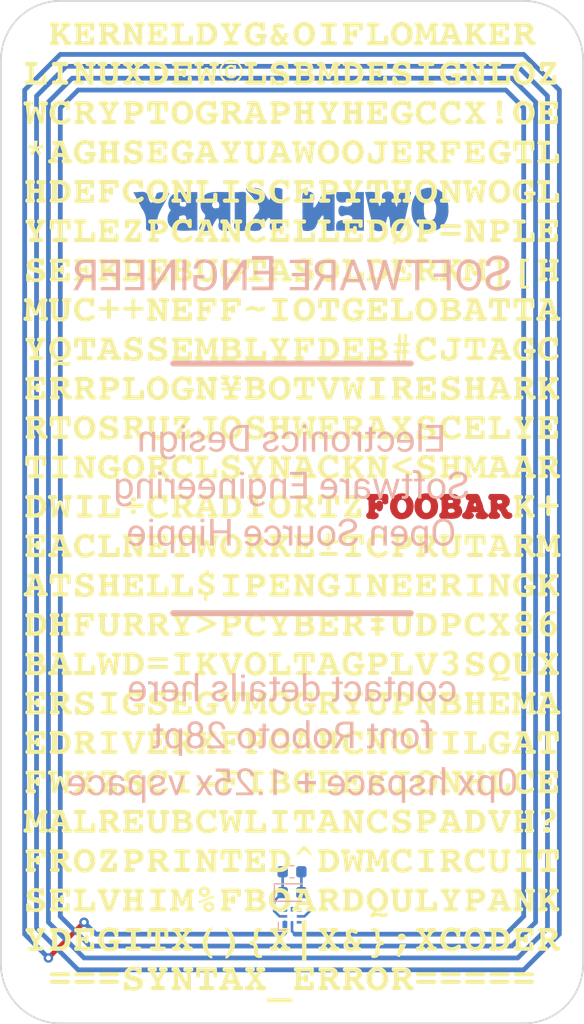
<source format=kicad_pcb>
(kicad_pcb (version 20171130) (host pcbnew 5.0.2-bee76a0~70~ubuntu16.04.1)
  (layers (0 F.Cu signal) (31 B.Cu signal) (34 B.Paste user) (35 F.Paste user) (36 B.SilkS user) (37 F.SilkS user) (38 B.Mask user) (39 F.Mask user) (44 Edge.Cuts user))
  (net 0 "")
  (net 1 "Net-(C1-Pad1)")
  (net 2 "Net-(C1-Pad2)")
  (net 3 "Net-(IC1-Pad3)")
  (net 4 "Net-(IC1-Pad7)")
  (net 5 "Net-(IC1-Pad5)")
  (net 6 "Net-(IC1-Pad4)")
  (net 7 /NFC_COIL)
  (module Bizcard:wordsearch (layer F.Cu) (at 124.5 107)
    (fp_text reference wordsearch hide)
    (fp_text value wordsearch hide)
    (fp_poly (pts (xy 6.499153 -1.525927) (xy 6.441707 -1.525034) (xy 6.391315 -1.511568) (xy 6.348118 -1.487324) (xy 6.31226 -1.454094) (xy 6.283881 -1.413672) (xy 6.263124 -1.367853) (xy 6.250131 -1.318429) (xy 6.245044 -1.267195) (xy 6.248005 -1.215943) (xy 6.259155 -1.166468) (xy 6.278637 -1.120563) (xy 6.306593 -1.080022) (xy 6.343165 -1.046639) (xy 6.388495 -1.022207) (xy 6.442724 -1.008519) (xy 6.436393 -0.939963) (xy 6.433642 -0.868676) (xy 6.433746 -0.795213) (xy 6.43598 -0.720128) (xy 6.439618 -0.643976) (xy 6.443936 -0.567309) (xy 6.448209 -0.490682) (xy 6.451711 -0.414649) (xy 6.453717 -0.339763) (xy 6.453502 -0.266579) (xy 6.450341 -0.195651) (xy 6.443508 -0.127532) (xy 6.432279 -0.062776) (xy 6.415929 -0.001938) (xy 6.393731 0.054429) (xy 6.342833 0.082489) (xy 6.303068 0.117604) (xy 6.273888 0.158357) (xy 6.254745 0.203331) (xy 6.24509 0.251109) (xy 6.244375 0.300272) (xy 6.252052 0.349404) (xy 6.267572 0.397087) (xy 6.290387 0.441904) (xy 6.319949 0.482438) (xy 6.355709 0.51727) (xy 6.397119 0.544985) (xy 6.443631 0.564164) (xy 6.494696 0.57339) (xy 6.549767 0.571246) (xy 6.608294 0.556314) (xy 6.656807 0.578968) (xy 6.708852 0.595112) (xy 6.763513 0.605024) (xy 6.819876 0.608984) (xy 6.877025 0.60727) (xy 6.934044 0.60016) (xy 6.990018 0.587932) (xy 7.044032 0.570866) (xy 7.09517 0.549239) (xy 7.142516 0.523331) (xy 7.185156 0.493419) (xy 7.222173 0.459782) (xy 7.252653 0.422698) (xy 7.27568 0.382446) (xy 7.290338 0.339305) (xy 7.295712 0.293553) (xy 7.290887 0.245468) (xy 7.274947 0.195328) (xy 7.246977 0.143413) (xy 7.206061 0.090001) (xy 7.14958 0.067263) (xy 7.096599 0.04915) (xy 7.049798 0.031209) (xy 7.011859 0.008983) (xy 6.985462 -0.021983) (xy 6.973288 -0.066144) (xy 6.978017 -0.127956) (xy 7.002332 -0.211873) (xy 7.030385 -0.250543) (xy 7.056653 -0.26657) (xy 7.081939 -0.263997) (xy 7.107046 -0.246867) (xy 7.132777 -0.219222) (xy 7.159936 -0.185105) (xy 7.189324 -0.148559) (xy 7.221746 -0.113626) (xy 7.258004 -0.084349) (xy 7.298901 -0.06477) (xy 7.34524 -0.058933) (xy 7.397825 -0.07088) (xy 7.445823 -0.085619) (xy 7.489082 -0.108982) (xy 7.527587 -0.14005) (xy 7.561325 -0.177905) (xy 7.590281 -0.221627) (xy 7.614443 -0.270297) (xy 7.633795 -0.322998) (xy 7.648324 -0.37881) (xy 7.658017 -0.436814) (xy 7.662858 -0.496092) (xy 7.662835 -0.555724) (xy 7.657932 -0.614792) (xy 7.648138 -0.672377) (xy 7.633436 -0.72756) (xy 7.613814 -0.779422) (xy 7.589258 -0.827045) (xy 7.559753 -0.86951) (xy 7.525286 -0.905898) (xy 7.485842 -0.935289) (xy 7.441408 -0.956766) (xy 7.391971 -0.96941) (xy 7.337515 -0.972301) (xy 7.292599 -0.972144) (xy 7.252971 -0.956974) (xy 7.217969 -0.930765) (xy 7.186935 -0.897495) (xy 7.159209 -0.861139) (xy 7.134131 -0.825674) (xy 7.111041 -0.795077) (xy 7.08928 -0.773323) (xy 7.068188 -0.764388) (xy 7.047106 -0.77225) (xy 7.025374 -0.800885) (xy 7.002332 -0.854267) (xy 6.994162 -0.892063) (xy 7.000358 -0.92646) (xy 7.019133 -0.957258) (xy 7.048698 -0.984258) (xy 7.087265 -1.007262) (xy 7.133044 -1.02607) (xy 7.184247 -1.040484) (xy 7.239086 -1.050303) (xy 7.295772 -1.055329) (xy 7.352516 -1.055362) (xy 7.407531 -1.050204) (xy 7.459027 -1.039655) (xy 7.505216 -1.023517) (xy 7.544309 -1.00159) (xy 7.574518 -0.973674) (xy 7.594055 -0.939571) (xy 7.60113 -0.899082) (xy 7.593955 -0.852007) (xy 7.604963 -0.796235) (xy 7.626474 -0.749702) (xy 7.656831 -0.712168) (xy 7.694374 -0.683393) (xy 7.737444 -0.663136) (xy 7.784384 -0.651158) (xy 7.833533 -0.647218) (xy 7.883235 -0.651076) (xy 7.931829 -0.662491) (xy 7.977658 -0.681223) (xy 8.019062 -0.707032) (xy 8.054383 -0.739678) (xy 8.081962 -0.77892) (xy 8.10014 -0.824519) (xy 8.10726 -0.876233) (xy 8.101661 -0.933822) (xy 8.105794 -0.982537) (xy 8.110349 -1.037986) (xy 8.114142 -1.09819) (xy 8.115992 -1.161171) (xy 8.114716 -1.224952) (xy 8.109131 -1.287554) (xy 8.098055 -1.346998) (xy 8.080305 -1.401306) (xy 8.0547 -1.448501) (xy 8.020056 -1.486604) (xy 7.975192 -1.513636) (xy 7.918925 -1.52762) (xy 7.850072 -1.526577) (xy 7.775021 -1.526511) (xy 7.69997 -1.526477) (xy 7.624919 -1.526468) (xy 7.549867 -1.526481) (xy 7.474815 -1.526509) (xy 7.399763 -1.526547) (xy 7.324711 -1.52659) (xy 7.249659 -1.526633) (xy 7.174607 -1.526671) (xy 7.099555 -1.526698) (xy 7.024503 -1.52671) (xy 6.949452 -1.526701) (xy 6.874401 -1.526665) (xy 6.79935 -1.526598) (xy 6.7243 -1.526495) (xy 6.64925 -1.52635) (xy 6.574201 -1.526158) (xy 6.499153 -1.525914) (xy 6.499153 -1.525927)) (layer F.Cu) (width 0))
    (fp_poly (pts (xy 9.193229 -1.578314) (xy 9.267283 -1.039079) (xy 9.325759 -1.024634) (xy 9.379063 -1.002222) (xy 9.427216 -0.972551) (xy 9.470238 -0.936327) (xy 9.508151 -0.894259) (xy 9.540976 -0.847052) (xy 9.568733 -0.795415) (xy 9.591444 -0.740054) (xy 9.60913 -0.681676) (xy 9.621812 -0.620989) (xy 9.629511 -0.558699) (xy 9.632247 -0.495514) (xy 9.630042 -0.432141) (xy 9.622917 -0.369287) (xy 9.610893 -0.307659) (xy 9.593991 -0.247965) (xy 9.572231 -0.19091) (xy 9.545636 -0.137203) (xy 9.514225 -0.087551) (xy 9.47802 -0.042661) (xy 9.437043 -0.003239) (xy 9.391313 0.030007) (xy 9.340852 0.05637) (xy 9.286643 0.067122) (xy 9.235702 0.06988) (xy 9.188038 0.065152) (xy 9.143659 0.053447) (xy 9.102573 0.035276) (xy 9.064787 0.011146) (xy 9.030309 -0.018431) (xy 8.999149 -0.052948) (xy 8.971314 -0.091896) (xy 8.946811 -0.134764) (xy 8.925649 -0.181043) (xy 8.907837 -0.230225) (xy 8.893381 -0.281799) (xy 8.882291 -0.335258) (xy 8.874574 -0.390091) (xy 8.870238 -0.445789) (xy 8.869291 -0.501843) (xy 8.871742 -0.557744) (xy 8.877598 -0.612983) (xy 8.886868 -0.667049) (xy 8.899559 -0.719435) (xy 8.915679 -0.76963) (xy 8.935238 -0.817126) (xy 8.958242 -0.861413) (xy 8.984699 -0.901981) (xy 9.014619 -0.938323) (xy 9.048008 -0.969928) (xy 9.084875 -0.996287) (xy 9.125228 -1.01689) (xy 9.169075 -1.03123) (xy 9.216424 -1.038796) (xy 9.267283 -1.039079) (xy 9.193229 -1.578314) (xy 9.12656 -1.574993) (xy 9.062098 -1.56726) (xy 8.999869 -1.555287) (xy 8.9399 -1.539249) (xy 8.882218 -1.519319) (xy 8.82685 -1.495671) (xy 8.773824 -1.468479) (xy 8.723166 -1.437915) (xy 8.674903 -1.404154) (xy 8.629062 -1.36737) (xy 8.585671 -1.327736) (xy 8.544756 -1.285425) (xy 8.506344 -1.240612) (xy 8.470463 -1.193469) (xy 8.437139 -1.144172) (xy 8.406399 -1.092892) (xy 8.37827 -1.039804) (xy 8.35278 -0.985082) (xy 8.329955 -0.928899) (xy 8.309823 -0.871429) (xy 8.29241 -0.812845) (xy 8.277743 -0.753321) (xy 8.26585 -0.693031) (xy 8.256757 -0.632148) (xy 8.250491 -0.570847) (xy 8.24708 -0.509299) (xy 8.24655 -0.44768) (xy 8.248929 -0.386163) (xy 8.254243 -0.324922) (xy 8.262519 -0.26413) (xy 8.273785 -0.20396) (xy 8.288068 -0.144587) (xy 8.305393 -0.086184) (xy 8.32579 -0.028925) (xy 8.349283 0.027017) (xy 8.375902 0.081468) (xy 8.405671 0.134254) (xy 8.438619 0.185202) (xy 8.474773 0.234138) (xy 8.514159 0.280888) (xy 8.556805 0.325279) (xy 8.602737 0.367138) (xy 8.652387 0.410892) (xy 8.704283 0.450001) (xy 8.758203 0.484544) (xy 8.813922 0.514602) (xy 8.871219 0.540253) (xy 8.92987 0.561578) (xy 8.989652 0.578655) (xy 9.050342 0.591565) (xy 9.111716 0.600386) (xy 9.173553 0.6052) (xy 9.235628 0.606084) (xy 9.297718 0.603119) (xy 9.359601 0.596385) (xy 9.421053 0.585961) (xy 9.481851 0.571926) (xy 9.541773 0.55436) (xy 9.600594 0.533344) (xy 9.658092 0.508955) (xy 9.714045 0.481275) (xy 9.768228 0.450382) (xy 9.820418 0.416356) (xy 9.870393 0.379277) (xy 9.91793 0.339224) (xy 9.962805 0.296277) (xy 10.004795 0.250515) (xy 10.043678 0.202019) (xy 10.079229 0.150867) (xy 10.111227 0.09714) (xy 10.139447 0.040917) (xy 10.163668 -0.017723) (xy 10.183665 -0.0787) (xy 10.199215 -0.141935) (xy 10.210096 -0.207347) (xy 10.224113 -0.273896) (xy 10.234233 -0.340895) (xy 10.24052 -0.408142) (xy 10.243037 -0.475435) (xy 10.241847 -0.54257) (xy 10.237015 -0.609346) (xy 10.228603 -0.675561) (xy 10.216675 -0.741012) (xy 10.201294 -0.805498) (xy 10.182525 -0.868815) (xy 10.16043 -0.930761) (xy 10.135074 -0.991134) (xy 10.106518 -1.049733) (xy 10.074828 -1.106354) (xy 10.040066 -1.160796) (xy 10.002296 -1.212855) (xy 9.961582 -1.26233) (xy 9.917987 -1.309019) (xy 9.871574 -1.35272) (xy 9.822407 -1.393229) (xy 9.770549 -1.430345) (xy 9.716064 -1.463865) (xy 9.659016 -1.493587) (xy 9.599467 -1.51931) (xy 9.537482 -1.54083) (xy 9.473124 -1.557945) (xy 9.406456 -1.570453) (xy 9.337542 -1.578153) (xy 9.266445 -1.58084) (xy 9.193229 -1.578314)) (layer F.Cu) (width 0))
    (fp_poly (pts (xy 11.247336 -1.578314) (xy 11.32139 -1.039079) (xy 11.379866 -1.024634) (xy 11.43317 -1.002222) (xy 11.481323 -0.972551) (xy 11.524345 -0.936327) (xy 11.562258 -0.894259) (xy 11.595083 -0.847052) (xy 11.62284 -0.795415) (xy 11.645552 -0.740054) (xy 11.663238 -0.681676) (xy 11.675919 -0.620989) (xy 11.683618 -0.558699) (xy 11.686354 -0.495514) (xy 11.68415 -0.432141) (xy 11.677025 -0.369287) (xy 11.665 -0.307659) (xy 11.648098 -0.247965) (xy 11.626339 -0.19091) (xy 11.599743 -0.137203) (xy 11.568333 -0.087551) (xy 11.532128 -0.042661) (xy 11.49115 -0.003239) (xy 11.44542 0.030007) (xy 11.394959 0.05637) (xy 11.34075 0.067122) (xy 11.28981 0.06988) (xy 11.242146 0.065152) (xy 11.197766 0.053447) (xy 11.15668 0.035276) (xy 11.118894 0.011146) (xy 11.084417 -0.018431) (xy 11.053256 -0.052948) (xy 11.025421 -0.091896) (xy 11.000918 -0.134764) (xy 10.979757 -0.181043) (xy 10.961944 -0.230225) (xy 10.947489 -0.281799) (xy 10.936398 -0.335258) (xy 10.928681 -0.390091) (xy 10.924345 -0.445789) (xy 10.923399 -0.501843) (xy 10.925849 -0.557744) (xy 10.931706 -0.612983) (xy 10.940975 -0.667049) (xy 10.953666 -0.719435) (xy 10.969787 -0.76963) (xy 10.989345 -0.817126) (xy 11.012349 -0.861413) (xy 11.038807 -0.901981) (xy 11.068726 -0.938323) (xy 11.102115 -0.969928) (xy 11.138982 -0.996287) (xy 11.179335 -1.01689) (xy 11.223182 -1.03123) (xy 11.270531 -1.038796) (xy 11.32139 -1.039079) (xy 11.247336 -1.578314) (xy 11.180668 -1.574993) (xy 11.116205 -1.56726) (xy 11.053976 -1.555287) (xy 10.994007 -1.539249) (xy 10.936325 -1.519319) (xy 10.880957 -1.495671) (xy 10.827931 -1.468479) (xy 10.777273 -1.437915) (xy 10.72901 -1.404154) (xy 10.68317 -1.36737) (xy 10.639778 -1.327736) (xy 10.598863 -1.285425) (xy 10.560452 -1.240612) (xy 10.52457 -1.193469) (xy 10.491246 -1.144172) (xy 10.460506 -1.092892) (xy 10.432378 -1.039804) (xy 10.406888 -0.985082) (xy 10.384063 -0.928899) (xy 10.36393 -0.871429) (xy 10.346517 -0.812845) (xy 10.33185 -0.753321) (xy 10.319957 -0.693031) (xy 10.310864 -0.632148) (xy 10.304599 -0.570847) (xy 10.301187 -0.509299) (xy 10.300658 -0.44768) (xy 10.303036 -0.386163) (xy 10.30835 -0.324922) (xy 10.316627 -0.26413) (xy 10.327893 -0.20396) (xy 10.342175 -0.144587) (xy 10.359501 -0.086184) (xy 10.379897 -0.028925) (xy 10.403391 0.027017) (xy 10.430009 0.081468) (xy 10.459779 0.134254) (xy 10.492727 0.185202) (xy 10.528881 0.234138) (xy 10.568267 0.280888) (xy 10.610912 0.325279) (xy 10.656845 0.367138) (xy 10.706494 0.410892) (xy 10.75839 0.450001) (xy 10.81231 0.484544) (xy 10.86803 0.514602) (xy 10.925326 0.540253) (xy 10.983977 0.561578) (xy 11.043759 0.578655) (xy 11.104449 0.591565) (xy 11.165824 0.600386) (xy 11.22766 0.6052) (xy 11.289735 0.606084) (xy 11.351825 0.603119) (xy 11.413708 0.596385) (xy 11.47516 0.585961) (xy 11.535958 0.571926) (xy 11.59588 0.55436) (xy 11.654701 0.533344) (xy 11.7122 0.508955) (xy 11.768152 0.481275) (xy 11.822335 0.450382) (xy 11.874526 0.416356) (xy 11.924501 0.379277) (xy 11.972037 0.339224) (xy 12.016912 0.296277) (xy 12.058903 0.250515) (xy 12.097785 0.202019) (xy 12.133337 0.150867) (xy 12.165334 0.09714) (xy 12.193555 0.040917) (xy 12.217775 -0.017723) (xy 12.237772 -0.0787) (xy 12.253322 -0.141935) (xy 12.264203 -0.207347) (xy 12.27822 -0.273896) (xy 12.288341 -0.340895) (xy 12.294627 -0.408142) (xy 12.297144 -0.475435) (xy 12.295954 -0.54257) (xy 12.291122 -0.609346) (xy 12.28271 -0.675561) (xy 12.270782 -0.741012) (xy 12.255402 -0.805498) (xy 12.236632 -0.868815) (xy 12.214538 -0.930761) (xy 12.189181 -0.991134) (xy 12.160626 -1.049733) (xy 12.128935 -1.106354) (xy 12.094174 -1.160796) (xy 12.056404 -1.212855) (xy 12.015689 -1.26233) (xy 11.972094 -1.309019) (xy 11.925681 -1.35272) (xy 11.876514 -1.393229) (xy 11.824656 -1.430345) (xy 11.770172 -1.463865) (xy 11.713123 -1.493587) (xy 11.653575 -1.51931) (xy 11.59159 -1.54083) (xy 11.527231 -1.557945) (xy 11.460563 -1.570453) (xy 11.391649 -1.578153) (xy 11.320552 -1.58084) (xy 11.247336 -1.578314)) (layer F.Cu) (width 0))
    (fp_poly (pts (xy 12.667296 -1.526412) (xy 13.338309 -1.01337) (xy 13.394443 -1.025611) (xy 13.442888 -1.02364) (xy 13.48329 -1.009941) (xy 13.515293 -0.986993) (xy 13.538543 -0.957279) (xy 13.552687 -0.92328) (xy 13.557369 -0.887477) (xy 13.552236 -0.852352) (xy 13.536932 -0.820387) (xy 13.511104 -0.794062) (xy 13.474397 -0.775859) (xy 13.426456 -0.76826) (xy 13.366928 -0.773746) (xy 13.308325 -0.757129) (xy 13.258059 -0.755449) (xy 13.216221 -0.766269) (xy 13.182903 -0.787153) (xy 13.158194 -0.815664) (xy 13.142187 -0.849365) (xy 13.134973 -0.885818) (xy 13.136642 -0.922587) (xy 13.147285 -0.957235) (xy 13.166994 -0.987325) (xy 13.19586 -1.010421) (xy 13.233974 -1.024085) (xy 13.281426 -1.02588) (xy 13.338309 -1.01337) (xy 12.667296 -1.526412) (xy 13.329416 -0.281401) (xy 13.381762 -0.297009) (xy 13.432403 -0.302096) (xy 13.480569 -0.2979) (xy 13.525487 -0.285664) (xy 13.566388 -0.266627) (xy 13.602498 -0.24203) (xy 13.633047 -0.213114) (xy 13.657263 -0.181119) (xy 13.674376 -0.147286) (xy 13.683613 -0.112856) (xy 13.684204 -0.079068) (xy 13.675377 -0.047163) (xy 13.65636 -0.018383) (xy 13.626382 0.006033) (xy 13.584673 0.024843) (xy 13.53046 0.036808) (xy 13.462972 0.040686) (xy 13.400034 0.059292) (xy 13.342564 0.065013) (xy 13.290949 0.059505) (xy 13.245578 0.044421) (xy 13.206839 0.021415) (xy 13.17512 -0.007858) (xy 13.15081 -0.041745) (xy 13.134295 -0.078591) (xy 13.125965 -0.116742) (xy 13.126207 -0.154545) (xy 13.13541 -0.190344) (xy 13.153961 -0.222486) (xy 13.18225 -0.249317) (xy 13.220663 -0.269182) (xy 13.269589 -0.280428) (xy 13.329416 -0.281401) (xy 12.667296 -1.526412) (xy 12.610132 -1.530511) (xy 12.559064 -1.522294) (xy 12.514278 -1.503357) (xy 12.475961 -1.475297) (xy 12.444297 -1.439709) (xy 12.419473 -1.398189) (xy 12.401676 -1.352333) (xy 12.391092 -1.303738) (xy 12.387905 -1.253999) (xy 12.392304 -1.204713) (xy 12.404473 -1.157475) (xy 12.424598 -1.113881) (xy 12.452867 -1.075528) (xy 12.489465 -1.044012) (xy 12.534577 -1.020928) (xy 12.588391 -1.007873) (xy 12.581981 -0.939492) (xy 12.579195 -0.868312) (xy 12.579298 -0.794901) (xy 12.581559 -0.719827) (xy 12.585241 -0.643657) (xy 12.589613 -0.566958) (xy 12.593941 -0.490299) (xy 12.59749 -0.414246) (xy 12.599527 -0.339368) (xy 12.599318 -0.266232) (xy 12.596131 -0.195404) (xy 12.58923 -0.127454) (xy 12.577883 -0.062949) (xy 12.561356 -0.002455) (xy 12.538914 0.053459) (xy 12.487071 0.081121) (xy 12.446571 0.116018) (xy 12.416849 0.156706) (xy 12.397339 0.201743) (xy 12.387476 0.249686) (xy 12.386695 0.299094) (xy 12.394429 0.348522) (xy 12.410114 0.396529) (xy 12.433184 0.441672) (xy 12.463074 0.482509) (xy 12.499218 0.517597) (xy 12.541051 0.545494) (xy 12.588007 0.564756) (xy 12.639521 0.573942) (xy 12.695028 0.571609) (xy 12.753961 0.556314) (xy 12.811408 0.552926) (xy 12.871471 0.551492) (xy 12.933837 0.551635) (xy 12.998195 0.552981) (xy 13.064233 0.555154) (xy 13.131637 0.557779) (xy 13.200097 0.56048) (xy 13.269299 0.562883) (xy 13.338932 0.56461) (xy 13.408684 0.565288) (xy 13.478243 0.564541) (xy 13.547295 0.561993) (xy 13.61553 0.557269) (xy 13.682635 0.549993) (xy 13.748298 0.539791) (xy 13.812206 0.526286) (xy 13.874049 0.509104) (xy 13.933512 0.487868) (xy 13.990285 0.462205) (xy 14.044055 0.431737) (xy 14.09451 0.39609) (xy 14.141338 0.354889) (xy 14.184226 0.307757) (xy 14.222863 0.25432) (xy 14.256937 0.194202) (xy 14.286135 0.127028) (xy 14.311035 0.055448) (xy 14.323447 -0.01793) (xy 14.324573 -0.092014) (xy 14.315613 -0.165713) (xy 14.297769 -0.237934) (xy 14.272242 -0.307585) (xy 14.240234 -0.373574) (xy 14.202945 -0.434809) (xy 14.161578 -0.490198) (xy 14.117332 -0.53865) (xy 14.071411 -0.579071) (xy 14.111206 -0.630404) (xy 14.14317 -0.684082) (xy 14.167595 -0.739629) (xy 14.18477 -0.796569) (xy 14.194987 -0.854427) (xy 14.198537 -0.912728) (xy 14.19571 -0.970995) (xy 14.186799 -1.028753) (xy 14.172093 -1.085526) (xy 14.151883 -1.140838) (xy 14.126462 -1.194214) (xy 14.096118 -1.245179) (xy 14.061145 -1.293256) (xy 14.021831 -1.337969) (xy 13.97847 -1.378844) (xy 13.93135 -1.415404) (xy 13.880764 -1.447173) (xy 13.827003 -1.473677) (xy 13.770356 -1.494439) (xy 13.711116 -1.508984) (xy 13.649573 -1.516836) (xy 13.586018 -1.517519) (xy 13.509635 -1.522256) (xy 13.43318 -1.525474) (xy 13.356664 -1.52741) (xy 13.2801 -1.528302) (xy 13.203499 -1.528389) (xy 13.126874 -1.527907) (xy 13.050237 -1.527096) (xy 12.9736 -1.526192) (xy 12.896975 -1.525434) (xy 12.820375 -1.525059) (xy 12.743811 -1.525306) (xy 12.667296 -1.526412)) (layer F.Cu) (width 0))
    (fp_poly (pts (xy 14.896998 -1.526412) (xy 14.839834 -1.530022) (xy 15.291718 -0.546972) (xy 15.285304 -0.569886) (xy 15.283199 -0.594275) (xy 15.284975 -0.619438) (xy 15.290203 -0.644676) (xy 15.298453 -0.669286) (xy 15.309298 -0.692569) (xy 15.322307 -0.713824) (xy 15.337053 -0.73235) (xy 15.353106 -0.747446) (xy 15.370038 -0.758412) (xy 15.387419 -0.764546) (xy 15.40482 -0.765149) (xy 15.421814 -0.75952) (xy 15.43797 -0.746957) (xy 15.452861 -0.72676) (xy 15.466056 -0.698229) (xy 15.477128 -0.660662) (xy 15.485646 -0.613359) (xy 15.491184 -0.55562) (xy 15.493311 -0.486743) (xy 15.444721 -0.47971) (xy 15.403443 -0.479057) (xy 15.369048 -0.484084) (xy 15.341107 -0.494089) (xy 15.31919 -0.508373) (xy 15.302871 -0.526234) (xy 15.291718 -0.546972) (xy 14.839834 -1.530022) (xy 14.789279 -1.522916) (xy 14.745304 -1.506375) (xy 14.707878 -1.481679) (xy 14.676972 -1.450109) (xy 14.652555 -1.412945) (xy 14.634598 -1.371467) (xy 14.62307 -1.326956) (xy 14.617942 -1.280693) (xy 14.619183 -1.233957) (xy 14.626764 -1.188029) (xy 14.640654 -1.14419) (xy 14.660824 -1.103719) (xy 14.687244 -1.067898) (xy 14.719883 -1.038007) (xy 14.758712 -1.015325) (xy 14.8037 -1.001134) (xy 14.854818 -0.996714) (xy 14.912035 -1.003345) (xy 14.880115 -0.941563) (xy 14.851767 -0.875711) (xy 14.826336 -0.80654) (xy 14.803164 -0.734801) (xy 14.781596 -0.661243) (xy 14.760974 -0.586617) (xy 14.740642 -0.511674) (xy 14.719944 -0.437163) (xy 14.698223 -0.363836) (xy 14.674822 -0.292442) (xy 14.649085 -0.223732) (xy 14.620355 -0.158456) (xy 14.587975 -0.097365) (xy 14.55129 -0.041209) (xy 14.509643 0.009262) (xy 14.462376 0.053297) (xy 14.410301 0.078787) (xy 14.369367 0.11377) (xy 14.33916 0.156276) (xy 14.319263 0.204332) (xy 14.309262 0.255966) (xy 14.308742 0.309206) (xy 14.317288 0.362081) (xy 14.334485 0.412618) (xy 14.359918 0.458845) (xy 14.393171 0.49879) (xy 14.433831 0.530482) (xy 14.481481 0.551948) (xy 14.535707 0.561216) (xy 14.596094 0.556314) (xy 14.644935 0.575475) (xy 14.698203 0.589308) (xy 14.754823 0.597918) (xy 14.81372 0.601409) (xy 14.873818 0.599882) (xy 14.934042 0.593442) (xy 14.993317 0.582193) (xy 15.050567 0.566238) (xy 15.104716 0.54568) (xy 15.154691 0.520623) (xy 15.199414 0.491171) (xy 15.237812 0.457426) (xy 15.268808 0.419493) (xy 15.291327 0.377475) (xy 15.304294 0.331475) (xy 15.306634 0.281596) (xy 15.29727 0.227943) (xy 15.275129 0.170619) (xy 15.239134 0.109727) (xy 15.196429 0.082107) (xy 15.15449 0.060238) (xy 15.119228 0.043465) (xy 15.096553 0.031137) (xy 15.092379 0.022599) (xy 15.112615 0.017199) (xy 15.163174 0.014283) (xy 15.249967 0.013199) (xy 15.297359 0.013633) (xy 15.351742 0.012919) (xy 15.409691 0.01175) (xy 15.467777 0.010815) (xy 15.522572 0.010806) (xy 15.570651 0.012413) (xy 15.608585 0.016328) (xy 15.632948 0.023241) (xy 15.640311 0.033842) (xy 15.627248 0.048824) (xy 15.590331 0.068876) (xy 15.526133 0.09469) (xy 15.485056 0.14307) (xy 15.458364 0.195429) (xy 15.445023 0.250098) (xy 15.443997 0.305405) (xy 15.454251 0.359681) (xy 15.47475 0.411254) (xy 15.504459 0.458456) (xy 15.542342 0.499615) (xy 15.587365 0.533061) (xy 15.638492 0.557125) (xy 15.694688 0.570135) (xy 15.754917 0.570422) (xy 15.818146 0.556314) (xy 15.865398 0.577201) (xy 15.916459 0.592298) (xy 15.970407 0.601804) (xy 16.026317 0.605919) (xy 16.083269 0.604841) (xy 16.140339 0.598769) (xy 16.196606 0.587902) (xy 16.251145 0.572437) (xy 16.303036 0.552575) (xy 16.351355 0.528514) (xy 16.39518 0.500452) (xy 16.433588 0.468589) (xy 16.465657 0.433123) (xy 16.490465 0.394252) (xy 16.507088 0.352176) (xy 16.514605 0.307094) (xy 16.512092 0.259204) (xy 16.498628 0.208704) (xy 16.473289 0.155794) (xy 16.435154 0.100673) (xy 16.376157 0.068951) (xy 16.324659 0.030362) (xy 16.279911 -0.014422) (xy 16.241167 -0.06473) (xy 16.207681 -0.11989) (xy 16.178705 -0.179231) (xy 16.153492 -0.242081) (xy 16.131297 -0.30777) (xy 16.111371 -0.375625) (xy 16.092969 -0.444975) (xy 16.075344 -0.515149) (xy 16.057748 -0.585476) (xy 16.039435 -0.655283) (xy 16.019659 -0.7239) (xy 15.997672 -0.790655) (xy 15.972727 -0.854877) (xy 15.944079 -0.915894) (xy 15.910979 -0.973035) (xy 15.895646 -1.025058) (xy 15.879595 -1.081049) (xy 15.862257 -1.139536) (xy 15.843064 -1.199047) (xy 15.821446 -1.258109) (xy 15.796835 -1.315251) (xy 15.768663 -1.369) (xy 15.736359 -1.417884) (xy 15.699356 -1.46043) (xy 15.657086 -1.495167) (xy 15.608978 -1.520622) (xy 15.554464 -1.535323) (xy 15.492977 -1.537797) (xy 15.423946 -1.526573) (xy 15.348668 -1.526534) (xy 15.273388 -1.526541) (xy 15.198108 -1.526569) (xy 15.122827 -1.526595) (xy 15.047548 -1.526593) (xy 14.972272 -1.526539) (xy 14.896998 -1.526408) (xy 14.896998 -1.526412)) (layer F.Cu) (width 0))
    (fp_poly (pts (xy 16.798794 -1.526412) (xy 16.741606 -1.530534) (xy 17.469645 -1.013367) (xy 17.526568 -1.02404) (xy 17.575503 -1.01939) (xy 17.616142 -1.002099) (xy 17.648177 -0.974851) (xy 17.6713 -0.940327) (xy 17.685201 -0.901209) (xy 17.689574 -0.860181) (xy 17.684108 -0.819925) (xy 17.668497 -0.783123) (xy 17.642432 -0.752457) (xy 17.605603 -0.73061) (xy 17.557704 -0.720265) (xy 17.498426 -0.724103) (xy 17.4439 -0.707076) (xy 17.396417 -0.703675) (xy 17.355973 -0.711985) (xy 17.322566 -0.730087) (xy 17.296193 -0.756066) (xy 17.276853 -0.788003) (xy 17.264542 -0.823983) (xy 17.259258 -0.862087) (xy 17.260998 -0.900399) (xy 17.26976 -0.937001) (xy 17.285541 -0.969978) (xy 17.308339 -0.99741) (xy 17.338151 -1.017383) (xy 17.374974 -1.027978) (xy 17.418806 -1.027278) (xy 17.469645 -1.013367) (xy 16.741606 -1.530534) (xy 16.690517 -1.522331) (xy 16.645713 -1.503401) (xy 16.607381 -1.47534) (xy 16.575706 -1.439746) (xy 16.550874 -1.398216) (xy 16.533072 -1.352348) (xy 16.522486 -1.303739) (xy 16.519302 -1.253986) (xy 16.523705 -1.204688) (xy 16.535882 -1.15744) (xy 16.55602 -1.11384) (xy 16.584303 -1.075486) (xy 16.620918 -1.043976) (xy 16.666051 -1.020905) (xy 16.719889 -1.007873) (xy 16.713464 -0.939496) (xy 16.710672 -0.868312) (xy 16.710777 -0.794889) (xy 16.713043 -0.719798) (xy 16.716735 -0.643609) (xy 16.721117 -0.566889) (xy 16.725454 -0.490209) (xy 16.72901 -0.414139) (xy 16.73105 -0.339248) (xy 16.730838 -0.266104) (xy 16.727638 -0.195279) (xy 16.720714 -0.12734) (xy 16.709333 -0.062858) (xy 16.692756 -0.002402) (xy 16.67025 0.053459) (xy 16.618419 0.081151) (xy 16.577931 0.11607) (xy 16.548221 0.156773) (xy 16.528724 0.201821) (xy 16.518873 0.249769) (xy 16.518104 0.299177) (xy 16.52585 0.348602) (xy 16.541546 0.396603) (xy 16.564628 0.441738) (xy 16.594528 0.482565) (xy 16.630682 0.517642) (xy 16.672523 0.545528) (xy 16.719488 0.56478) (xy 16.771009 0.573956) (xy 16.826521 0.571615) (xy 16.885459 0.556314) (xy 16.935936 0.567589) (xy 16.991346 0.575479) (xy 17.050226 0.579637) (xy 17.111114 0.579717) (xy 17.172546 0.575371) (xy 17.23306 0.566252) (xy 17.291194 0.552015) (xy 17.345484 0.532313) (xy 17.394468 0.506798) (xy 17.436683 0.475125) (xy 17.470666 0.436946) (xy 17.494955 0.391914) (xy 17.508087 0.339683) (xy 17.5086 0.279907) (xy 17.49503 0.212238) (xy 17.472411 0.161064) (xy 17.440594 0.119701) (xy 17.403309 0.08509) (xy 17.364289 0.054171) (xy 17.327262 0.023885) (xy 17.295961 -0.008828) (xy 17.274115 -0.047027) (xy 17.265456 -0.093771) (xy 17.273714 -0.152119) (xy 17.30262 -0.225132) (xy 17.355016 -0.211552) (xy 17.402009 -0.189233) (xy 17.444243 -0.159185) (xy 17.482361 -0.122418) (xy 17.517006 -0.079939) (xy 17.548823 -0.032759) (xy 17.578454 0.018113) (xy 17.606543 0.071669) (xy 17.633733 0.126899) (xy 17.660668 0.182794) (xy 17.687992 0.238345) (xy 17.716347 0.292543) (xy 17.746377 0.344379) (xy 17.778727 0.392843) (xy 17.814038 0.436926) (xy 17.852955 0.47562) (xy 17.896121 0.507915) (xy 17.94418 0.532802) (xy 17.997775 0.549271) (xy 18.057549 0.556314) (xy 18.11816 0.573236) (xy 18.180447 0.580133) (xy 18.2428 0.577586) (xy 18.303609 0.566175) (xy 18.361265 0.546483) (xy 18.414157 0.51909) (xy 18.460675 0.484576) (xy 18.49921 0.443523) (xy 18.528151 0.396512) (xy 18.545889 0.344122) (xy 18.550812 0.286936) (xy 18.541312 0.225534) (xy 18.515778 0.160498) (xy 18.486707 0.117559) (xy 18.450357 0.086429) (xy 18.408775 0.063993) (xy 18.364009 0.047133) (xy 18.318104 0.032735) (xy 18.273107 0.017682) (xy 18.231066 -0.001142) (xy 18.194027 -0.026851) (xy 18.164037 -0.062562) (xy 18.143143 -0.111392) (xy 18.133391 -0.176455) (xy 18.078673 -0.221708) (xy 18.043235 -0.262826) (xy 18.024793 -0.30048) (xy 18.021067 -0.335341) (xy 18.029775 -0.36808) (xy 18.048634 -0.399367) (xy 18.075362 -0.429875) (xy 18.107677 -0.460273) (xy 18.143297 -0.491233) (xy 18.17994 -0.523426) (xy 18.215324 -0.557524) (xy 18.247167 -0.594196) (xy 18.273187 -0.634113) (xy 18.291102 -0.677948) (xy 18.298629 -0.726371) (xy 18.319167 -0.793574) (xy 18.330934 -0.860094) (xy 18.334388 -0.925556) (xy 18.329988 -0.989588) (xy 18.318195 -1.051816) (xy 18.299467 -1.111867) (xy 18.274264 -1.169366) (xy 18.243045 -1.223942) (xy 18.206268 -1.27522) (xy 18.164395 -1.322826) (xy 18.117883 -1.366388) (xy 18.067192 -1.405533) (xy 18.012781 -1.439885) (xy 17.95511 -1.469073) (xy 17.894637 -1.492723) (xy 17.831823 -1.510461) (xy 17.767126 -1.521914) (xy 17.701006 -1.526709) (xy 17.633922 -1.524471) (xy 17.558022 -1.525788) (xy 17.482112 -1.526622) (xy 17.406194 -1.527056) (xy 17.330269 -1.527177) (xy 17.25434 -1.527071) (xy 17.178409 -1.526821) (xy 17.102478 -1.526513) (xy 17.026549 -1.526233) (xy 16.950624 -1.526065) (xy 16.874705 -1.526095) (xy 16.798794 -1.526409) (xy 16.798794 -1.526412)) (layer F.Cu) (width 0))
  )
  (module Bizcard:contact (layer B.Cu) (at 124.5 126 180)
    (fp_text reference contact hide)
    (fp_text value contact hide)
  )
  (module Bizcard:subtitle (layer B.Cu) (at 124.5 105 180)
    (fp_text reference subtitle hide)
    (fp_text value subtitle hide)
  )
  (module Bizcard:XQFN8 (layer B.Cu) (at 124.5 141)
    (fp_text reference IC1 hide)
    (fp_text value NT3H2111 hide)
    (pad 4 smd rect (at 0 -0.6 270) (size 0.4 0.22) (layers B.Cu B.Paste B.Mask) (net 6 "Net-(IC1-Pad4)"))
    (pad 8 smd rect (at 0 0.6 270) (size 0.4 0.22) (layers B.Cu B.Paste B.Mask) (net 7 /NFC_COIL))
    (pad 5 smd rect (at 0.6 -0.5) (size 0.4 0.22) (layers B.Cu B.Paste B.Mask) (net 5 "Net-(IC1-Pad5)"))
    (pad 6 smd rect (at 0.6 0) (size 0.4 0.22) (layers B.Cu B.Paste B.Mask) (net 1 "Net-(C1-Pad1)"))
    (pad 7 smd rect (at 0.6 0.5) (size 0.4 0.22) (layers B.Cu B.Paste B.Mask) (net 4 "Net-(IC1-Pad7)"))
    (pad 3 smd rect (at -0.6 -0.5) (size 0.4 0.22) (layers B.Cu B.Paste B.Mask) (net 3 "Net-(IC1-Pad3)"))
    (pad 2 smd rect (at -0.6 0) (size 0.4 0.22) (layers B.Cu B.Paste B.Mask) (net 2 "Net-(C1-Pad2)"))
    (pad 1 smd rect (at -0.6 0.55) (size 0.4 0.32) (layers B.Cu B.Paste B.Mask) (net 7 /NFC_COIL))
  )
  (module Bizcard:name-title (layer B.Cu) (at 124.5 84 180)
    (fp_text reference name-title hide)
    (fp_text value name-title hide)
    (fp_poly (pts (xy -11.662783 4.287614) (xy -11.576352 3.379211) (xy -11.500228 3.36245) (xy -11.4322 3.337618) (xy -11.371843 3.305309) (xy -11.318735 3.266121) (xy -11.272449 3.220648) (xy -11.232562 3.169487) (xy -11.198648 3.113232) (xy -11.170285 3.052481) (xy -11.147047 2.987828) (xy -11.128511 2.919869) (xy -11.11425 2.8492) (xy -11.103842 2.776416) (xy -11.096862 2.702114) (xy -11.092886 2.626889) (xy -11.091488 2.551337) (xy -11.092245 2.476054) (xy -11.094733 2.401634) (xy -11.098526 2.328675) (xy -11.103201 2.257771) (xy -11.108333 2.189518) (xy -11.113497 2.124513) (xy -11.11827 2.06335) (xy -11.118306 1.995517) (xy -11.127575 1.930968) (xy -11.145288 1.870042) (xy -11.170656 1.813076) (xy -11.202891 1.760407) (xy -11.241202 1.712373) (xy -11.284802 1.669312) (xy -11.332901 1.631561) (xy -11.384711 1.599457) (xy -11.439442 1.573339) (xy -11.496306 1.553544) (xy -11.554514 1.540409) (xy -11.613276 1.534271) (xy -11.671805 1.535469) (xy -11.72931 1.54434) (xy -11.785004 1.561222) (xy -11.838097 1.586451) (xy -11.8878 1.620366) (xy -11.933324 1.663304) (xy -11.973881 1.715603) (xy -12.008681 1.7776) (xy -12.032388 1.84715) (xy -12.054315 1.918901) (xy -12.074259 1.992559) (xy -12.092019 2.067831) (xy -12.107395 2.144423) (xy -12.120185 2.222042) (xy -12.130187 2.300396) (xy -12.137202 2.379191) (xy -12.141027 2.458133) (xy -12.141461 2.53693) (xy -12.138304 2.615288) (xy -12.131353 2.692915) (xy -12.120409 2.769516) (xy -12.105269 2.8448) (xy -12.085733 2.918471) (xy -12.061599 2.990239) (xy -12.032667 3.059808) (xy -11.998734 3.126886) (xy -11.9596 3.191181) (xy -11.915064 3.252397) (xy -11.864925 3.310243) (xy -11.798594 3.346239) (xy -11.726702 3.368565) (xy -11.651778 3.378973) (xy -11.576352 3.379211) (xy -11.662783 4.287614) (xy -11.740701 4.286911) (xy -11.817199 4.281758) (xy -11.892216 4.272293) (xy -11.965693 4.258655) (xy -12.037573 4.240985) (xy -12.107795 4.219421) (xy -12.176301 4.194103) (xy -12.243031 4.16517) (xy -12.307928 4.132762) (xy -12.37093 4.097017) (xy -12.431981 4.058076) (xy -12.49102 4.016078) (xy -12.547988 3.971162) (xy -12.602828 3.923467) (xy -12.655478 3.873134) (xy -12.705882 3.8203) (xy -12.753979 3.765107) (xy -12.79971 3.707692) (xy -12.843017 3.648196) (xy -12.88384 3.586757) (xy -12.922121 3.523516) (xy -12.9578 3.458612) (xy -12.990818 3.392183) (xy -13.021117 3.32437) (xy -13.048637 3.255311) (xy -13.07332 3.185147) (xy -13.095106 3.114016) (xy -13.113936 3.042058) (xy -13.129752 2.969412) (xy -13.142494 2.896218) (xy -13.152103 2.822615) (xy -13.15852 2.748742) (xy -13.161687 2.674739) (xy -13.161543 2.600745) (xy -13.158031 2.5269) (xy -13.164568 2.452956) (xy -13.167964 2.378556) (xy -13.168257 2.303847) (xy -13.165485 2.228977) (xy -13.159686 2.154096) (xy -13.150899 2.079349) (xy -13.139161 2.004886) (xy -13.12451 1.930855) (xy -13.106984 1.857404) (xy -13.086623 1.78468) (xy -13.063463 1.712831) (xy -13.037543 1.642007) (xy -13.008901 1.572354) (xy -12.977575 1.50402) (xy -12.943603 1.437155) (xy -12.907023 1.371905) (xy -12.867874 1.308419) (xy -12.826193 1.246844) (xy -12.782019 1.18733) (xy -12.735389 1.130023) (xy -12.686342 1.075072) (xy -12.634916 1.022625) (xy -12.581149 0.97283) (xy -12.525078 0.925834) (xy -12.466743 0.881787) (xy -12.406181 0.840835) (xy -12.343431 0.803128) (xy -12.27853 0.768812) (xy -12.211516 0.738037) (xy -12.142428 0.710949) (xy -12.071304 0.687697) (xy -11.998181 0.66843) (xy -11.923098 0.653294) (xy -11.846094 0.642439) (xy -11.767205 0.636011) (xy -11.689349 0.626652) (xy -11.611998 0.621888) (xy -11.535266 0.621596) (xy -11.459266 0.625654) (xy -11.38411 0.633937) (xy -11.30991 0.646323) (xy -11.236781 0.662689) (xy -11.164834 0.682912) (xy -11.094182 0.706868) (xy -11.024937 0.734435) (xy -10.957214 0.76549) (xy -10.891124 0.799908) (xy -10.82678 0.837568) (xy -10.764295 0.878347) (xy -10.703782 0.92212) (xy -10.645353 0.968765) (xy -10.589121 1.018159) (xy -10.535199 1.070179) (xy -10.4837 1.124702) (xy -10.434736 1.181604) (xy -10.38842 1.240763) (xy -10.344865 1.302055) (xy -10.304184 1.365357) (xy -10.266489 1.430547) (xy -10.231893 1.497501) (xy -10.200509 1.566096) (xy -10.172449 1.636209) (xy -10.147827 1.707717) (xy -10.126755 1.780497) (xy -10.109345 1.854425) (xy -10.095712 1.929379) (xy -10.085966 2.005236) (xy -10.080222 2.081871) (xy -10.069585 2.154786) (xy -10.061207 2.2287) (xy -10.055108 2.303461) (xy -10.051309 2.378918) (xy -10.049831 2.454917) (xy -10.050694 2.531308) (xy -10.053919 2.607939) (xy -10.059526 2.684657) (xy -10.067537 2.761311) (xy -10.077971 2.837749) (xy -10.09085 2.913819) (xy -10.106195 2.989369) (xy -10.124025 3.064247) (xy -10.144362 3.138302) (xy -10.167226 3.21138) (xy -10.192638 3.283332) (xy -10.220619 3.354004) (xy -10.251189 3.423244) (xy -10.284369 3.490902) (xy -10.320179 3.556824) (xy -10.358641 3.62086) (xy -10.399775 3.682857) (xy -10.443601 3.742663) (xy -10.490141 3.800126) (xy -10.539414 3.855095) (xy -10.591442 3.907417) (xy -10.646246 3.956941) (xy -10.703845 4.003515) (xy -10.764261 4.046987) (xy -10.827514 4.087205) (xy -10.893625 4.124017) (xy -10.962615 4.157271) (xy -11.034504 4.186816) (xy -11.109312 4.212499) (xy -11.187062 4.234169) (xy -11.264867 4.253134) (xy -11.343551 4.267829) (xy -11.4229 4.27844) (xy -11.502699 4.285151) (xy -11.582732 4.288147) (xy -11.662783 4.287614)) (layer B.Cu) (width 0))
    (fp_poly (pts (xy -9.97139 3.703414) (xy -9.953217 3.621503) (xy -9.935044 3.539592) (xy -9.916871 3.45768) (xy -9.898698 3.375769) (xy -9.880526 3.293858) (xy -9.862353 3.211947) (xy -9.844181 3.130036) (xy -9.826008 3.048124) (xy -9.807836 2.966213) (xy -9.789664 2.884302) (xy -9.771491 2.80239) (xy -9.753319 2.720479) (xy -9.735147 2.638568) (xy -9.716975 2.556657) (xy -9.698803 2.474745) (xy -9.680631 2.392834) (xy -9.662458 2.310923) (xy -9.644286 2.229011) (xy -9.626114 2.1471) (xy -9.607942 2.065189) (xy -9.589769 1.983277) (xy -9.571597 1.901366) (xy -9.553424 1.819455) (xy -9.535252 1.737544) (xy -9.517079 1.655632) (xy -9.498906 1.573721) (xy -9.480733 1.49181) (xy -9.46256 1.409899) (xy -9.444387 1.327988) (xy -9.426214 1.246077) (xy -9.40804 1.164166) (xy -9.389866 1.082255) (xy -9.371693 1.000344) (xy -9.353519 0.918433) (xy -9.335344 0.836522) (xy -9.31717 0.754611) (xy -9.298995 0.6727) (xy -9.220562 0.663718) (xy -9.143217 0.656119) (xy -9.067237 0.650256) (xy -8.992899 0.646481) (xy -8.920479 0.645146) (xy -8.850254 0.646603) (xy -8.782501 0.651204) (xy -8.717497 0.659303) (xy -8.655518 0.671251) (xy -8.596841 0.687401) (xy -8.541743 0.708104) (xy -8.490501 0.733713) (xy -8.443391 0.764581) (xy -8.400691 0.801059) (xy -8.362676 0.843501) (xy -8.329624 0.892257) (xy -8.301812 0.947681) (xy -8.279515 1.010125) (xy -8.263012 1.079941) (xy -8.252578 1.157481) (xy -8.248491 1.243098) (xy -8.251027 1.337143) (xy -8.236688 1.440352) (xy -8.222349 1.531176) (xy -8.20801 1.610077) (xy -8.193671 1.677516) (xy -8.179331 1.733954) (xy -8.164992 1.779854) (xy -8.150653 1.815675) (xy -8.136314 1.841879) (xy -8.121975 1.858928) (xy -8.107636 1.867283) (xy -8.093297 1.867405) (xy -8.078957 1.859755) (xy -8.064618 1.844795) (xy -8.050279 1.822986) (xy -8.03594 1.794789) (xy -8.021601 1.760665) (xy -8.007262 1.721076) (xy -7.992923 1.676483) (xy -7.978583 1.627348) (xy -7.964244 1.57413) (xy -7.949905 1.517293) (xy -7.935566 1.457297) (xy -7.921227 1.394603) (xy -7.906888 1.329672) (xy -7.892549 1.262967) (xy -7.878209 1.194947) (xy -7.86387 1.126076) (xy -7.849531 1.056812) (xy -7.857194 0.99301) (xy -7.854076 0.934547) (xy -7.841053 0.881354) (xy -7.818999 0.833361) (xy -7.788789 0.790497) (xy -7.751297 0.752693) (xy -7.707398 0.719878) (xy -7.657968 0.691981) (xy -7.603879 0.668934) (xy -7.546009 0.650665) (xy -7.48523 0.637104) (xy -7.422417 0.628182) (xy -7.358446 0.623828) (xy -7.294192 0.623971) (xy -7.230528 0.628542) (xy -7.168329 0.637471) (xy -7.108471 0.650686) (xy -7.051827 0.668119) (xy -6.999274 0.689699) (xy -6.951684 0.715356) (xy -6.909933 0.745019) (xy -6.874896 0.778618) (xy -6.847448 0.816084) (xy -6.828463 0.857345) (xy -6.818815 0.902332) (xy -6.800709 0.983978) (xy -6.782603 1.065623) (xy -6.764496 1.147268) (xy -6.746389 1.228912) (xy -6.728281 1.310557) (xy -6.710173 1.392202) (xy -6.692065 1.473846) (xy -6.673956 1.555491) (xy -6.655846 1.637135) (xy -6.637737 1.718779) (xy -6.619627 1.800423) (xy -6.601517 1.882068) (xy -6.583407 1.963712) (xy -6.565298 2.045356) (xy -6.547188 2.127) (xy -6.529078 2.208645) (xy -6.510968 2.290289) (xy -6.492858 2.371933) (xy -6.474749 2.453577) (xy -6.456639 2.535222) (xy -6.438531 2.616866) (xy -6.420422 2.698511) (xy -6.402314 2.780155) (xy -6.384206 2.8618) (xy -6.366099 2.943445) (xy -6.347992 3.02509) (xy -6.329886 3.106735) (xy -6.31178 3.18838) (xy -6.293675 3.270025) (xy -6.275571 3.351671) (xy -6.257468 3.433316) (xy -6.239365 3.514962) (xy -6.221263 3.596608) (xy -6.203163 3.678255) (xy -6.185063 3.759901) (xy -6.166964 3.841548) (xy -6.148866 3.923195) (xy -6.215452 3.924652) (xy -6.282957 3.927218) (xy -6.351001 3.930434) (xy -6.419202 3.933839) (xy -6.487178 3.936971) (xy -6.554547 3.939372) (xy -6.620929 3.94058) (xy -6.685942 3.940134) (xy -6.749203 3.937575) (xy -6.810332 3.932441) (xy -6.868947 3.924273) (xy -6.924665 3.91261) (xy -6.977107 3.896991) (xy -7.025889 3.876955) (xy -7.070631 3.852043) (xy -7.110951 3.821794) (xy -7.146467 3.785747) (xy -7.176797 3.743442) (xy -7.201561 3.694418) (xy -7.220376 3.638215) (xy -7.232861 3.574372) (xy -7.238635 3.50243) (xy -7.237315 3.421926) (xy -7.22852 3.332401) (xy -7.240199 3.224162) (xy -7.25211 3.127586) (xy -7.264247 3.042378) (xy -7.276604 2.968242) (xy -7.289176 2.904883) (xy -7.301955 2.852005) (xy -7.314937 2.809314) (xy -7.328116 2.776513) (xy -7.341485 2.753307) (xy -7.35504 2.739402) (xy -7.368773 2.7345) (xy -7.382679 2.738307) (xy -7.396753 2.750528) (xy -7.410988 2.770866) (xy -7.425378 2.799028) (xy -7.439918 2.834716) (xy -7.454602 2.877636) (xy -7.469424 2.927492) (xy -7.484377 2.983989) (xy -7.499457 3.046831) (xy -7.514657 3.115723) (xy -7.529972 3.190369) (xy -7.545394 3.270475) (xy -7.56092 3.355744) (xy -7.576542 3.445881) (xy -7.563022 3.515413) (xy -7.56017 3.579955) (xy -7.567156 3.639509) (xy -7.58315 3.694081) (xy -7.607324 3.743673) (xy -7.638848 3.78829) (xy -7.676891 3.827934) (xy -7.720624 3.86261) (xy -7.769218 3.892321) (xy -7.821843 3.917072) (xy -7.877669 3.936865) (xy -7.935867 3.951704) (xy -7.995607 3.961594) (xy -8.056059 3.966537) (xy -8.116395 3.966538) (xy -8.175783 3.9616) (xy -8.233395 3.951727) (xy -8.2884 3.936922) (xy -8.33997 3.91719) (xy -8.387274 3.892534) (xy -8.429484 3.862957) (xy -8.465769 3.828464) (xy -8.495299 3.789058) (xy -8.517246 3.744742) (xy -8.530778 3.695521) (xy -8.542251 3.655039) (xy -8.553801 3.610631) (xy -8.56542 3.562814) (xy -8.577096 3.512101) (xy -8.588819 3.459009) (xy -8.60058 3.404052) (xy -8.612367 3.347744) (xy -8.624171 3.290601) (xy -8.635981 3.233138) (xy -8.647788 3.175869) (xy -8.65958 3.11931) (xy -8.671348 3.063976) (xy -8.683082 3.010381) (xy -8.69477 2.959041) (xy -8.706404 2.910469) (xy -8.717972 2.865182) (xy -8.729464 2.823694) (xy -8.740871 2.786521) (xy -8.752181 2.754176) (xy -8.763385 2.727175) (xy -8.774473 2.706034) (xy -8.785433 2.691266) (xy -8.796257 2.683387) (xy -8.806933 2.682911) (xy -8.817451 2.690354) (xy -8.827802 2.706231) (xy -8.837975 2.731057) (xy -8.847959 2.765346) (xy -8.857745 2.809613) (xy -8.867321 2.864373) (xy -8.876679 2.930142) (xy -8.885807 3.007434) (xy -8.894696 3.096764) (xy -8.896673 3.185529) (xy -8.901702 3.270608) (xy -8.909947 3.351804) (xy -8.921572 3.428918) (xy -8.93674 3.501752) (xy -8.955615 3.570108) (xy -8.978362 3.633787) (xy -9.005143 3.692591) (xy -9.036123 3.746322) (xy -9.071465 3.794781) (xy -9.111334 3.837771) (xy -9.155892 3.875092) (xy -9.205305 3.906547) (xy -9.259735 3.931936) (xy -9.319347 3.951063) (xy -9.384304 3.963729) (xy -9.45477 3.969735) (xy -9.530909 3.968882) (xy -9.612884 3.960974) (xy -9.700861 3.945811) (xy -9.795001 3.923195) (xy -9.888087 3.929478) (xy -9.952659 3.930676) (xy -9.992248 3.922304) (xy -10.010384 3.899877) (xy -10.010599 3.85891) (xy -9.996424 3.794917) (xy -9.97139 3.703414)) (layer B.Cu) (width 0))
    (fp_poly (pts (xy -6.050441 3.742573) (xy -6.050441 3.659603) (xy -6.050441 3.576634) (xy -6.050441 3.493664) (xy -6.050441 3.410695) (xy -6.050441 3.327725) (xy -6.050441 3.244755) (xy -6.050441 3.161786) (xy -6.050441 3.078816) (xy -6.050441 2.995847) (xy -6.050441 2.912877) (xy -6.050441 2.829908) (xy -6.050441 2.746938) (xy -6.050441 2.663969) (xy -6.050441 2.580999) (xy -6.050441 2.49803) (xy -6.050441 2.41506) (xy -6.050441 2.332091) (xy -6.050441 2.249121) (xy -6.050441 2.166152) (xy -6.050441 2.083182) (xy -6.050441 2.000213) (xy -6.050441 1.917243) (xy -6.050441 1.834274) (xy -6.050441 1.751304) (xy -6.050441 1.668334) (xy -6.050441 1.585365) (xy -6.050441 1.502395) (xy -6.050441 1.419426) (xy -6.050441 1.336456) (xy -6.050441 1.253487) (xy -6.050441 1.170517) (xy -6.050441 1.087548) (xy -6.050441 1.004578) (xy -6.050441 0.921609) (xy -6.050441 0.838639) (xy -6.050441 0.75567) (xy -6.050441 0.6727) (xy -5.96837 0.6727) (xy -5.886298 0.6727) (xy -5.804227 0.6727) (xy -5.722156 0.6727) (xy -5.640085 0.6727) (xy -5.558014 0.6727) (xy -5.475942 0.6727) (xy -5.393871 0.6727) (xy -5.3118 0.6727) (xy -5.229729 0.6727) (xy -5.147657 0.6727) (xy -5.065586 0.6727) (xy -4.983515 0.6727) (xy -4.901444 0.6727) (xy -4.819373 0.6727) (xy -4.737301 0.6727) (xy -4.65523 0.6727) (xy -4.573159 0.6727) (xy -4.491088 0.6727) (xy -4.409016 0.6727) (xy -4.326945 0.6727) (xy -4.244874 0.6727) (xy -4.162803 0.6727) (xy -4.080732 0.6727) (xy -3.99866 0.6727) (xy -3.916589 0.6727) (xy -3.834518 0.6727) (xy -3.752447 0.6727) (xy -3.734584 0.765672) (xy -3.721666 0.8537) (xy -3.713734 0.936743) (xy -3.710828 1.014758) (xy -3.71299 1.087705) (xy -3.720262 1.155543) (xy -3.732684 1.21823) (xy -3.750299 1.275725) (xy -3.773148 1.327986) (xy -3.801271 1.374972) (xy -3.834711 1.416642) (xy -3.873508 1.452954) (xy -3.917704 1.483868) (xy -3.967341 1.509341) (xy -4.022459 1.529332) (xy -4.083101 1.5438) (xy -4.149306 1.552704) (xy -4.221117 1.556002) (xy -4.298576 1.553653) (xy -4.381723 1.545616) (xy -4.470599 1.531849) (xy -4.565247 1.512311) (xy -4.646104 1.49891) (xy -4.71947 1.491634) (xy -4.78552 1.490031) (xy -4.844427 1.493654) (xy -4.896366 1.502052) (xy -4.94151 1.514776) (xy -4.980034 1.531378) (xy -5.012113 1.551408) (xy -5.037919 1.574417) (xy -5.057628 1.599954) (xy -5.071414 1.627572) (xy -5.07945 1.656821) (xy -5.081911 1.687252) (xy -5.078971 1.718414) (xy -5.070804 1.74986) (xy -5.057584 1.78114) (xy -5.039486 1.811804) (xy -5.016684 1.841403) (xy -4.989351 1.869488) (xy -4.957662 1.89561) (xy -4.921792 1.91932) (xy -4.881914 1.940167) (xy -4.838202 1.957704) (xy -4.79083 1.97148) (xy -4.739974 1.981047) (xy -4.685806 1.985954) (xy -4.628501 1.985754) (xy -4.568234 1.979996) (xy -4.505177 1.968231) (xy -4.439507 1.95001) (xy -4.371396 1.924885) (xy -4.316397 1.900997) (xy -4.264848 1.886341) (xy -4.216748 1.880316) (xy -4.172095 1.882318) (xy -4.130885 1.891745) (xy -4.093118 1.907996) (xy -4.05879 1.930467) (xy -4.0279 1.958557) (xy -4.000446 1.991664) (xy -3.976424 2.029184) (xy -3.955834 2.070517) (xy -3.938672 2.115059) (xy -3.924938 2.162209) (xy -3.914627 2.211364) (xy -3.907739 2.261922) (xy -3.904271 2.313281) (xy -3.904221 2.364838) (xy -3.907587 2.415992) (xy -3.914366 2.46614) (xy -3.924556 2.514679) (xy -3.938156 2.561008) (xy -3.955162 2.604525) (xy -3.975574 2.644627) (xy -3.999388 2.680711) (xy -4.026602 2.712176) (xy -4.057215 2.73842) (xy -4.091223 2.758839) (xy -4.128625 2.772833) (xy -4.169419 2.779798) (xy -4.213603 2.779133) (xy -4.261173 2.770235) (xy -4.312129 2.752502) (xy -4.379752 2.730755) (xy -4.445772 2.714973) (xy -4.509919 2.704758) (xy -4.571925 2.699712) (xy -4.631522 2.699437) (xy -4.68844 2.703535) (xy -4.742411 2.71161) (xy -4.793165 2.723263) (xy -4.840435 2.738096) (xy -4.883951 2.755712) (xy -4.923444 2.775712) (xy -4.958646 2.7977) (xy -4.989287 2.821278) (xy -5.0151 2.846047) (xy -5.035815 2.87161) (xy -5.051163 2.897569) (xy -5.060876 2.923527) (xy -5.064685 2.949086) (xy -5.06232 2.973848) (xy -5.053514 2.997415) (xy -5.037998 3.01939) (xy -5.015502 3.039375) (xy -4.985757 3.056972) (xy -4.948496 3.071783) (xy -4.903449 3.083411) (xy -4.850347 3.091457) (xy -4.788922 3.095526) (xy -4.718905 3.095217) (xy -4.640026 3.090134) (xy -4.552018 3.07988) (xy -4.456701 3.059063) (xy -4.367718 3.04458) (xy -4.284963 3.036325) (xy -4.208331 3.034194) (xy -4.137717 3.03808) (xy -4.073017 3.047881) (xy -4.014125 3.063489) (xy -3.960937 3.084801) (xy -3.913347 3.111711) (xy -3.871249 3.144114) (xy -3.83454 3.181905) (xy -3.803115 3.224979) (xy -3.776867 3.273232) (xy -3.755693 3.326558) (xy -3.739486 3.384852) (xy -3.728143 3.448009) (xy -3.721558 3.515924) (xy -3.719626 3.588492) (xy -3.722242 3.665608) (xy -3.729301 3.747167) (xy -3.740698 3.833065) (xy -3.756327 3.923195) (xy -3.83826 3.923195) (xy -3.920193 3.923195) (xy -4.002125 3.923195) (xy -4.084058 3.923195) (xy -4.165991 3.923195) (xy -4.247923 3.923195) (xy -4.329856 3.923195) (xy -4.411789 3.923195) (xy -4.493721 3.923195) (xy -4.575654 3.923195) (xy -4.657587 3.923195) (xy -4.739519 3.923195) (xy -4.821452 3.923195) (xy -4.903384 3.923195) (xy -4.985317 3.923195) (xy -5.06725 3.923195) (xy -5.149182 3.923195) (xy -5.231115 3.923195) (xy -5.313048 3.923195) (xy -5.39498 3.923195) (xy -5.476913 3.923195) (xy -5.558845 3.923195) (xy -5.640778 3.923195) (xy -5.722711 3.923195) (xy -5.804643 3.923195) (xy -5.886576 3.923195) (xy -5.968508 3.923195) (xy -6.050441 3.923195) (xy -6.050441 3.832884) (xy -6.050441 3.742573)) (layer B.Cu) (width 0))
    (fp_poly (pts (xy -3.583819 3.742573) (xy -3.583819 3.659603) (xy -3.583819 3.576634) (xy -3.583819 3.493664) (xy -3.583819 3.410695) (xy -3.583819 3.327725) (xy -3.583819 3.244755) (xy -3.583819 3.161786) (xy -3.583819 3.078816) (xy -3.583819 2.995847) (xy -3.583819 2.912877) (xy -3.583819 2.829908) (xy -3.583819 2.746938) (xy -3.583819 2.663969) (xy -3.583819 2.580999) (xy -3.583819 2.49803) (xy -3.583819 2.41506) (xy -3.583819 2.332091) (xy -3.583819 2.249121) (xy -3.583819 2.166152) (xy -3.583819 2.083182) (xy -3.583819 2.000213) (xy -3.583819 1.917243) (xy -3.583819 1.834274) (xy -3.583819 1.751304) (xy -3.583819 1.668334) (xy -3.583819 1.585365) (xy -3.583819 1.502395) (xy -3.583819 1.419426) (xy -3.583819 1.336456) (xy -3.583819 1.253487) (xy -3.583819 1.170517) (xy -3.583819 1.087548) (xy -3.583819 1.004578) (xy -3.583819 0.921609) (xy -3.583819 0.838639) (xy -3.583819 0.75567) (xy -3.583819 0.6727) (xy -3.505391 0.664233) (xy -3.428092 0.656894) (xy -3.352225 0.650987) (xy -3.278093 0.646815) (xy -3.206 0.644682) (xy -3.136249 0.644891) (xy -3.069143 0.647746) (xy -3.004988 0.653551) (xy -2.944085 0.662608) (xy -2.886738 0.675221) (xy -2.833251 0.691695) (xy -2.783928 0.712332) (xy -2.739071 0.737435) (xy -2.698985 0.767309) (xy -2.663972 0.802257) (xy -2.634337 0.842582) (xy -2.610383 0.888588) (xy -2.592413 0.940578) (xy -2.580731 0.998857) (xy -2.575641 1.063726) (xy -2.577445 1.135491) (xy -2.586448 1.214454) (xy -2.602952 1.300919) (xy -2.627263 1.395189) (xy -2.638968 1.49793) (xy -2.647416 1.589067) (xy -2.652724 1.66902) (xy -2.655009 1.73821) (xy -2.654391 1.797057) (xy -2.650986 1.845981) (xy -2.644914 1.885403) (xy -2.636292 1.915744) (xy -2.625238 1.937424) (xy -2.61187 1.950862) (xy -2.596307 1.956481) (xy -2.578665 1.9547) (xy -2.559065 1.945939) (xy -2.537622 1.93062) (xy -2.514456 1.909162) (xy -2.489685 1.881986) (xy -2.463426 1.849512) (xy -2.435798 1.812162) (xy -2.406919 1.770355) (xy -2.376906 1.724511) (xy -2.345878 1.675052) (xy -2.313953 1.622397) (xy -2.281249 1.566968) (xy -2.247884 1.509184) (xy -2.213976 1.449466) (xy -2.179643 1.388235) (xy -2.145003 1.325911) (xy -2.110174 1.262914) (xy -2.081855 1.174793) (xy -2.049186 1.09442) (xy -2.012307 1.021545) (xy -1.971357 0.955922) (xy -1.926476 0.8973) (xy -1.877803 0.845432) (xy -1.825477 0.800069) (xy -1.769637 0.760964) (xy -1.710424 0.727866) (xy -1.647976 0.700529) (xy -1.582433 0.678703) (xy -1.513934 0.66214) (xy -1.442619 0.650592) (xy -1.368627 0.643811) (xy -1.292096 0.641547) (xy -1.213168 0.643552) (xy -1.13198 0.649578) (xy -1.048673 0.659377) (xy -0.963386 0.6727) (xy -0.936082 0.727106) (xy -0.913636 0.786371) (xy -0.895646 0.85009) (xy -0.881707 0.917861) (xy -0.871414 0.989278) (xy -0.864365 1.063939) (xy -0.860154 1.141439) (xy -0.858379 1.221373) (xy -0.858634 1.303339) (xy -0.860517 1.386931) (xy -0.863623 1.471747) (xy -0.867547 1.557382) (xy -0.871887 1.643432) (xy -0.876239 1.729494) (xy -0.880197 1.815162) (xy -0.883358 1.900034) (xy -0.885319 1.983704) (xy -0.885675 2.06577) (xy -0.884022 2.145828) (xy -0.879957 2.223472) (xy -0.873075 2.2983) (xy -0.87996 2.373092) (xy -0.884027 2.450702) (xy -0.88568 2.530725) (xy -0.885324 2.612757) (xy -0.883363 2.696395) (xy -0.8802 2.781234) (xy -0.87624 2.86687) (xy -0.871888 2.952899) (xy -0.867546 3.038918) (xy -0.863619 3.124521) (xy -0.860511 3.209305) (xy -0.858627 3.292866) (xy -0.85837 3.3748) (xy -0.860144 3.454702) (xy -0.864354 3.532168) (xy -0.871403 3.606796) (xy -0.881696 3.678179) (xy -0.895637 3.745915) (xy -0.913629 3.809599) (xy -0.936078 3.868827) (xy -0.963386 3.923195) (xy -1.052666 3.939557) (xy -1.137776 3.95175) (xy -1.218641 3.959697) (xy -1.295185 3.963323) (xy -1.367332 3.962552) (xy -1.435006 3.957309) (xy -1.498132 3.947517) (xy -1.556634 3.933101) (xy -1.610435 3.913985) (xy -1.65946 3.890093) (xy -1.703634 3.861349) (xy -1.74288 3.827677) (xy -1.777123 3.789002) (xy -1.806287 3.745248) (xy -1.830295 3.69634) (xy -1.849073 3.6422) (xy -1.862545 3.582754) (xy -1.870634 3.517925) (xy -1.873265 3.447639) (xy -1.870362 3.371818) (xy -1.861849 3.290388) (xy -1.847651 3.203272) (xy -1.827691 3.110395) (xy -1.816271 3.014446) (xy -1.808109 2.930106) (xy -1.803072 2.856901) (xy -1.801028 2.794358) (xy -1.801844 2.742003) (xy -1.805387 2.699363) (xy -1.811524 2.665966) (xy -1.820121 2.641338) (xy -1.831048 2.625004) (xy -1.84417 2.616493) (xy -1.859354 2.615331) (xy -1.876468 2.621044) (xy -1.89538 2.63316) (xy -1.915955 2.651205) (xy -1.938062 2.674705) (xy -1.961567 2.703188) (xy -1.986338 2.73618) (xy -2.012242 2.773208) (xy -2.039145 2.813798) (xy -2.066916 2.857478) (xy -2.095421 2.903773) (xy -2.124528 2.952211) (xy -2.154103 3.002319) (xy -2.184013 3.053623) (xy -2.214127 3.10565) (xy -2.244311 3.157926) (xy -2.274431 3.209978) (xy -2.304357 3.261334) (xy -2.333953 3.311519) (xy -2.363089 3.360061) (xy -2.39163 3.406485) (xy -2.414769 3.490971) (xy -2.443009 3.566372) (xy -2.476078 3.633177) (xy -2.513699 3.691876) (xy -2.555599 3.742957) (xy -2.601502 3.78691) (xy -2.651135 3.824222) (xy -2.704223 3.855383) (xy -2.760491 3.880883) (xy -2.819664 3.901209) (xy -2.881468 3.916851) (xy -2.945629 3.928297) (xy -3.011872 3.936037) (xy -3.079923 3.94056) (xy -3.149506 3.942353) (xy -3.220347 3.941908) (xy -3.292172 3.939711) (xy -3.364707 3.936253) (xy -3.437676 3.932021) (xy -3.510804 3.927506) (xy -3.583819 3.923195) (xy -3.583819 3.832884) (xy -3.583819 3.742573)) (layer B.Cu) (width 0))
    (fp_poly (pts (xy 0.80844 4.0636) (xy 0.80844 3.980895) (xy 0.80844 3.89819) (xy 0.80844 3.815485) (xy 0.80844 3.73278) (xy 0.80844 3.650075) (xy 0.80844 3.567371) (xy 0.80844 3.484666) (xy 0.80844 3.401961) (xy 0.80844 3.319256) (xy 0.80844 3.236551) (xy 0.80844 3.153846) (xy 0.80844 3.071141) (xy 0.80844 2.988437) (xy 0.80844 2.905732) (xy 0.80844 2.823027) (xy 0.80844 2.740322) (xy 0.80844 2.657617) (xy 0.80844 2.574912) (xy 0.80844 2.492207) (xy 0.80844 2.409502) (xy 0.80844 2.326798) (xy 0.80844 2.244093) (xy 0.80844 2.161388) (xy 0.80844 2.078683) (xy 0.80844 1.995978) (xy 0.80844 1.913273) (xy 0.80844 1.830568) (xy 0.80844 1.747863) (xy 0.80844 1.665159) (xy 0.80844 1.582454) (xy 0.80844 1.499749) (xy 0.80844 1.417044) (xy 0.80844 1.334339) (xy 0.80844 1.251634) (xy 0.80844 1.168929) (xy 0.80844 1.086224) (xy 0.80844 1.00352) (xy 0.80844 0.920815) (xy 0.80844 0.83811) (xy 0.80844 0.755405) (xy 0.80844 0.6727) (xy 0.873681 0.671109) (xy 0.939885 0.668554) (xy 1.006674 0.665414) (xy 1.073668 0.662069) (xy 1.140487 0.658899) (xy 1.206752 0.656283) (xy 1.272084 0.654601) (xy 1.336102 0.654233) (xy 1.398427 0.655557) (xy 1.45868 0.658953) (xy 1.51648 0.664802) (xy 1.571449 0.673482) (xy 1.623207 0.685374) (xy 1.671374 0.700856) (xy 1.715571 0.720308) (xy 1.755418 0.74411) (xy 1.790536 0.772642) (xy 1.820545 0.806282) (xy 1.845065 0.845412) (xy 1.863717 0.890409) (xy 1.876121 0.941654) (xy 1.881898 0.999526) (xy 1.880669 1.064405) (xy 1.872052 1.13667) (xy 1.85567 1.216701) (xy 1.831143 1.304878) (xy 1.824306 1.398738) (xy 1.821815 1.480167) (xy 1.823423 1.549723) (xy 1.828888 1.60796) (xy 1.837965 1.655434) (xy 1.850408 1.692701) (xy 1.865975 1.720316) (xy 1.88442 1.738835) (xy 1.9055 1.748814) (xy 1.928969 1.750808) (xy 1.954584 1.745374) (xy 1.9821 1.733066) (xy 2.011272 1.714441) (xy 2.041857 1.690054) (xy 2.07361 1.660461) (xy 2.106286 1.626217) (xy 2.139641 1.587879) (xy 2.173431 1.546001) (xy 2.207412 1.50114) (xy 2.241339 1.453851) (xy 2.274967 1.40469) (xy 2.308053 1.354212) (xy 2.340351 1.302974) (xy 2.371618 1.251531) (xy 2.401609 1.200438) (xy 2.43008 1.150251) (xy 2.456786 1.101526) (xy 2.481483 1.054819) (xy 2.503927 1.010685) (xy 2.531408 0.937097) (xy 2.564516 0.873797) (xy 2.602868 0.820079) (xy 2.646077 0.775239) (xy 2.693757 0.738572) (xy 2.745523 0.709373) (xy 2.80099 0.686937) (xy 2.859771 0.67056) (xy 2.921482 0.659538) (xy 2.985737 0.653164) (xy 3.05215 0.650734) (xy 3.120335 0.651544) (xy 3.189907 0.654889) (xy 3.26048 0.660064) (xy 3.331669 0.666364) (xy 3.403088 0.673085) (xy 3.474352 0.679521) (xy 3.545075 0.684968) (xy 3.614871 0.688721) (xy 3.683355 0.690076) (xy 3.750141 0.688327) (xy 3.814844 0.68277) (xy 3.877078 0.6727) (xy 3.862133 0.72799) (xy 3.840629 0.786813) (xy 3.813178 0.848839) (xy 3.780388 0.913741) (xy 3.742869 0.981191) (xy 3.701231 1.050859) (xy 3.656083 1.122418) (xy 3.608034 1.195539) (xy 3.557695 1.269893) (xy 3.505675 1.345152) (xy 3.452584 1.420989) (xy 3.399031 1.497073) (xy 3.345625 1.573078) (xy 3.292977 1.648674) (xy 3.241696 1.723534) (xy 3.192392 1.797328) (xy 3.145674 1.869728) (xy 3.102152 1.940406) (xy 3.062435 2.009034) (xy 2.991174 2.072818) (xy 2.929749 2.136148) (xy 2.877806 2.199037) (xy 2.834989 2.261505) (xy 2.800942 2.323566) (xy 2.775312 2.385237) (xy 2.757742 2.446535) (xy 2.747877 2.507476) (xy 2.745363 2.568077) (xy 2.749843 2.628353) (xy 2.760964 2.688322) (xy 2.778369 2.748) (xy 2.801704 2.807404) (xy 2.830614 2.866549) (xy 2.864742 2.925452) (xy 2.903735 2.98413) (xy 2.947237 3.0426) (xy 2.994892 3.100877) (xy 3.046347 3.158978) (xy 3.101244 3.216919) (xy 3.159231 3.274718) (xy 3.21995 3.332389) (xy 3.235753 3.365573) (xy 3.257371 3.401553) (xy 3.284129 3.440005) (xy 3.315351 3.480605) (xy 3.350364 3.523028) (xy 3.388492 3.566949) (xy 3.429061 3.612044) (xy 3.471395 3.657988) (xy 3.51482 3.704457) (xy 3.558661 3.751126) (xy 3.602243 3.797671) (xy 3.644892 3.843767) (xy 3.685932 3.88909) (xy 3.724689 3.933314) (xy 3.760488 3.976116) (xy 3.792654 4.017171) (xy 3.820511 4.056154) (xy 3.843387 4.092741) (xy 3.860605 4.126607) (xy 3.87149 4.157427) (xy 3.875369 4.184878) (xy 3.871565 4.208634) (xy 3.859405 4.228372) (xy 3.838213 4.243766) (xy 3.807314 4.254491) (xy 3.766034 4.260224) (xy 3.713699 4.26064) (xy 3.649632 4.255414) (xy 3.573159 4.244222) (xy 3.491234 4.253688) (xy 3.410223 4.261287) (xy 3.330264 4.266736) (xy 3.251498 4.269753) (xy 3.174062 4.270053) (xy 3.098096 4.267354) (xy 3.023739 4.261373) (xy 2.95113 4.251826) (xy 2.880407 4.238431) (xy 2.81171 4.220903) (xy 2.745178 4.198961) (xy 2.680949 4.17232) (xy 2.619163 4.140698) (xy 2.559959 4.103811) (xy 2.503475 4.061377) (xy 2.44985 4.013111) (xy 2.399224 3.958732) (xy 2.351735 3.897955) (xy 2.307523 3.830498) (xy 2.266726 3.756077) (xy 2.229483 3.674409) (xy 2.178537 3.585207) (xy 2.131791 3.508286) (xy 2.089076 3.443152) (xy 2.050223 3.389312) (xy 2.015064 3.346273) (xy 1.98343 3.313541) (xy 1.955152 3.290623) (xy 1.930062 3.277025) (xy 1.907991 3.272254) (xy 1.888769 3.275817) (xy 1.872229 3.28722) (xy 1.858201 3.30597) (xy 1.846517 3.331574) (xy 1.837009 3.363537) (xy 1.829506 3.401368) (xy 1.823842 3.444572) (xy 1.819846 3.492655) (xy 1.81735 3.545126) (xy 1.816186 3.601489) (xy 1.816184 3.661253) (xy 1.817177 3.723923) (xy 1.818995 3.789005) (xy 1.821469 3.856008) (xy 1.824431 3.924437) (xy 1.827712 3.993799) (xy 1.831143 4.0636) (xy 1.844339 4.096881) (xy 1.843095 4.127333) (xy 1.828718 4.154947) (xy 1.802515 4.179713) (xy 1.765793 4.201624) (xy 1.719861 4.22067) (xy 1.666025 4.236842) (xy 1.605592 4.250132) (xy 1.539871 4.260531) (xy 1.470169 4.26803) (xy 1.397793 4.27262) (xy 1.32405 4.274293) (xy 1.250248 4.27304) (xy 1.177694 4.268851) (xy 1.107696 4.261719) (xy 1.041561 4.251633) (xy 0.980597 4.238587) (xy 0.92611 4.22257) (xy 0.879409 4.203574) (xy 0.8418 4.18159) (xy 0.814591 4.15661) (xy 0.79909 4.128623) (xy 0.796604 4.097623) (xy 0.80844 4.0636)) (layer B.Cu) (width 0))
    (fp_poly (pts (xy 3.864377 3.742573) (xy 3.864377 3.659603) (xy 3.864377 3.576634) (xy 3.864377 3.493664) (xy 3.864377 3.410695) (xy 3.864377 3.327725) (xy 3.864377 3.244755) (xy 3.864377 3.161786) (xy 3.864377 3.078816) (xy 3.864377 2.995847) (xy 3.864377 2.912877) (xy 3.864377 2.829908) (xy 3.864377 2.746938) (xy 3.864377 2.663969) (xy 3.864377 2.580999) (xy 3.864377 2.49803) (xy 3.864377 2.41506) (xy 3.864377 2.332091) (xy 3.864377 2.249121) (xy 3.864377 2.166152) (xy 3.864377 2.083182) (xy 3.864377 2.000213) (xy 3.864377 1.917243) (xy 3.864377 1.834274) (xy 3.864377 1.751304) (xy 3.864377 1.668334) (xy 3.864377 1.585365) (xy 3.864377 1.502395) (xy 3.864377 1.419426) (xy 3.864377 1.336456) (xy 3.864377 1.253487) (xy 3.864377 1.170517) (xy 3.864377 1.087548) (xy 3.864377 1.004578) (xy 3.864377 0.921609) (xy 3.864377 0.838639) (xy 3.864377 0.75567) (xy 3.864377 0.6727) (xy 3.942805 0.664233) (xy 4.020104 0.656894) (xy 4.095971 0.650987) (xy 4.170103 0.646815) (xy 4.242197 0.644682) (xy 4.311948 0.644891) (xy 4.379053 0.647746) (xy 4.443209 0.653551) (xy 4.504112 0.662608) (xy 4.561458 0.675221) (xy 4.614945 0.691695) (xy 4.664269 0.712332) (xy 4.709125 0.737435) (xy 4.749212 0.767309) (xy 4.784224 0.802257) (xy 4.813859 0.842582) (xy 4.837814 0.888588) (xy 4.855784 0.940578) (xy 4.867466 0.998857) (xy 4.872556 1.063726) (xy 4.870752 1.135491) (xy 4.861749 1.214454) (xy 4.845245 1.300919) (xy 4.820935 1.395189) (xy 4.820935 1.479456) (xy 4.820935 1.563723) (xy 4.820935 1.64799) (xy 4.820935 1.732257) (xy 4.820935 1.816523) (xy 4.820935 1.90079) (xy 4.820935 1.985057) (xy 4.820935 2.069324) (xy 4.820935 2.153591) (xy 4.820935 2.237858) (xy 4.820935 2.322125) (xy 4.820935 2.406391) (xy 4.820935 2.490658) (xy 4.820935 2.574925) (xy 4.820935 2.659192) (xy 4.820935 2.743459) (xy 4.820935 2.827726) (xy 4.820935 2.911993) (xy 4.820935 2.996259) (xy 4.820935 3.080526) (xy 4.820935 3.164793) (xy 4.820935 3.24906) (xy 4.820935 3.333327) (xy 4.820935 3.417594) (xy 4.820935 3.501861) (xy 4.820935 3.586127) (xy 4.820935 3.670394) (xy 4.820935 3.754661) (xy 4.820935 3.838928) (xy 4.820935 3.923195) (xy 4.769557 3.911331) (xy 4.710127 3.905877) (xy 4.644132 3.905584) (xy 4.573061 3.909199) (xy 4.498401 3.915471) (xy 4.421642 3.923149) (xy 4.344272 3.930983) (xy 4.267778 3.93772) (xy 4.19365 3.942109) (xy 4.123375 3.9429) (xy 4.058443 3.938841) (xy 4.000341 3.928681) (xy 3.950557 3.911169) (xy 3.910581 3.885053) (xy 3.8819 3.849083) (xy 3.866003 3.802006) (xy 3.864377 3.742573)) (layer B.Cu) (width 0))
    (fp_poly (pts (xy 5.18994 3.742573) (xy 6.443359 3.07988) (xy 6.506055 3.083711) (xy 6.560556 3.076857) (xy 6.607051 3.060589) (xy 6.64573 3.036176) (xy 6.67678 3.004887) (xy 6.700391 2.967992) (xy 6.716751 2.92676) (xy 6.726049 2.882462) (xy 6.728475 2.836367) (xy 6.724216 2.789745) (xy 6.713461 2.743864) (xy 6.6964 2.699995) (xy 6.67322 2.659408) (xy 6.644112 2.623371) (xy 6.609263 2.593155) (xy 6.568862 2.570029) (xy 6.523098 2.555263) (xy 6.472161 2.550126) (xy 6.416238 2.555889) (xy 6.355518 2.57382) (xy 6.30661 2.558749) (xy 6.263392 2.556668) (xy 6.225804 2.566144) (xy 6.193786 2.585746) (xy 6.167278 2.61404) (xy 6.146219 2.649594) (xy 6.130549 2.690975) (xy 6.120209 2.73675) (xy 6.115137 2.785487) (xy 6.115275 2.835754) (xy 6.120561 2.886117) (xy 6.130935 2.935143) (xy 6.146338 2.981402) (xy 6.166709 3.023458) (xy 6.191988 3.059881) (xy 6.222115 3.089238) (xy 6.257029 3.110095) (xy 6.296671 3.12102) (xy 6.34098 3.120581) (xy 6.389896 3.107345) (xy 6.443359 3.07988) (xy 5.18994 3.742573) (xy 5.18994 3.659603) (xy 5.18994 3.576634) (xy 5.18994 3.493664) (xy 5.18994 3.410695) (xy 5.18994 3.327725) (xy 5.18994 3.244755) (xy 5.18994 3.161786) (xy 5.18994 3.078816) (xy 5.18994 2.995847) (xy 5.18994 2.912877) (xy 5.18994 2.829908) (xy 5.18994 2.746938) (xy 5.18994 2.663969) (xy 5.18994 2.580999) (xy 5.18994 2.49803) (xy 5.18994 2.41506) (xy 5.18994 2.332091) (xy 5.18994 2.249121) (xy 5.18994 2.166152) (xy 5.18994 2.083182) (xy 5.18994 2.000213) (xy 5.18994 1.917243) (xy 5.18994 1.834274) (xy 5.18994 1.751304) (xy 5.18994 1.668334) (xy 5.18994 1.585365) (xy 5.18994 1.502395) (xy 5.18994 1.419426) (xy 5.18994 1.336456) (xy 5.18994 1.253487) (xy 5.18994 1.170517) (xy 5.18994 1.087548) (xy 5.18994 1.004578) (xy 5.18994 0.921609) (xy 5.18994 0.838639) (xy 5.18994 0.75567) (xy 5.18994 0.6727) (xy 5.268368 0.664233) (xy 5.345667 0.656894) (xy 5.421534 0.650987) (xy 5.495666 0.646815) (xy 5.56776 0.644682) (xy 5.637511 0.644891) (xy 5.704616 0.647746) (xy 5.768772 0.653551) (xy 5.829675 0.662608) (xy 5.887021 0.675221) (xy 5.940508 0.691695) (xy 5.989832 0.712332) (xy 6.034688 0.737435) (xy 6.074775 0.767309) (xy 6.109787 0.802257) (xy 6.139422 0.842582) (xy 6.163376 0.888588) (xy 6.181346 0.940578) (xy 6.193028 0.998857) (xy 6.198119 1.063726) (xy 6.196314 1.135491) (xy 6.187311 1.214454) (xy 6.170807 1.300919) (xy 6.146497 1.395189) (xy 6.150706 1.475431) (xy 6.157882 1.542509) (xy 6.16784 1.597087) (xy 6.180399 1.639828) (xy 6.195376 1.671397) (xy 6.212587 1.692457) (xy 6.231851 1.703671) (xy 6.252985 1.705705) (xy 6.275805 1.69922) (xy 6.30013 1.684881) (xy 6.325776 1.663353) (xy 6.352562 1.635297) (xy 6.380303 1.60138) (xy 6.408818 1.562263) (xy 6.437924 1.51861) (xy 6.467438 1.471087) (xy 6.497177 1.420356) (xy 6.52696 1.36708) (xy 6.556602 1.311925) (xy 6.585922 1.255553) (xy 6.614736 1.198628) (xy 6.642862 1.141814) (xy 6.670118 1.085775) (xy 6.696321 1.031174) (xy 6.721287 0.978676) (xy 6.744835 0.928943) (xy 6.766781 0.882641) (xy 6.786943 0.840432) (xy 6.805139 0.80298) (xy 6.821185 0.770949) (xy 6.85411 0.749537) (xy 6.896133 0.728968) (xy 6.946019 0.709593) (xy 7.002533 0.691763) (xy 7.06444 0.675829) (xy 7.130504 0.662144) (xy 7.199491 0.651058) (xy 7.270166 0.642924) (xy 7.341294 0.638093) (xy 7.411638 0.636916) (xy 7.479966 0.639744) (xy 7.545041 0.64693) (xy 7.605628 0.658825) (xy 7.660492 0.67578) (xy 7.708399 0.698147) (xy 7.748113 0.726278) (xy 7.778399 0.760523) (xy 7.798022 0.801234) (xy 7.805747 0.848764) (xy 7.800339 0.903462) (xy 7.780563 0.965682) (xy 7.76205 1.028602) (xy 7.735077 1.093454) (xy 7.701151 1.15989) (xy 7.661783 1.227566) (xy 7.618479 1.296134) (xy 7.57275 1.365249) (xy 7.526102 1.434565) (xy 7.480045 1.503736) (xy 7.436087 1.572416) (xy 7.395736 1.640258) (xy 7.360502 1.706918) (xy 7.331891 1.772047) (xy 7.311414 1.835302) (xy 7.300578 1.896335) (xy 7.300891 1.954801) (xy 7.313863 2.010353) (xy 7.341002 2.062645) (xy 7.394813 2.108807) (xy 7.444022 2.158266) (xy 7.48868 2.210752) (xy 7.528836 2.265998) (xy 7.564539 2.323736) (xy 7.59584 2.383696) (xy 7.622788 2.44561) (xy 7.645431 2.509211) (xy 7.663821 2.574229) (xy 7.678007 2.640397) (xy 7.688037 2.707445) (xy 7.693963 2.775106) (xy 7.695832 2.843111) (xy 7.693696 2.911192) (xy 7.687603 2.97908) (xy 7.677604 3.046507) (xy 7.663747 3.113204) (xy 7.646083 3.178904) (xy 7.624661 3.243337) (xy 7.59953 3.306236) (xy 7.570741 3.367332) (xy 7.538342 3.426357) (xy 7.502384 3.483042) (xy 7.462916 3.537118) (xy 7.419987 3.588319) (xy 7.373648 3.636374) (xy 7.323947 3.681016) (xy 7.270935 3.721976) (xy 7.214661 3.758986) (xy 7.155174 3.791778) (xy 7.092525 3.820083) (xy 7.026762 3.843633) (xy 6.957936 3.862159) (xy 6.886096 3.875393) (xy 6.806311 3.889435) (xy 6.726313 3.901017) (xy 6.646122 3.910342) (xy 6.565754 3.917611) (xy 6.485228 3.923029) (xy 6.404562 3.926796) (xy 6.323773 3.929117) (xy 6.24288 3.930194) (xy 6.1619 3.930229) (xy 6.080852 3.929426) (xy 5.999753 3.927986) (xy 5.918622 3.926113) (xy 5.837476 3.924009) (xy 5.756334 3.921878) (xy 5.675213 3.91992) (xy 5.594131 3.91834) (xy 5.513107 3.917341) (xy 5.432157 3.917123) (xy 5.351301 3.917892) (xy 5.270556 3.919848) (xy 5.18994 3.923195) (xy 5.18994 3.832884) (xy 5.18994 3.742573)) (layer B.Cu) (width 0))
    (fp_poly (pts (xy 7.966125 3.742573) (xy 9.154633 3.07988) (xy 9.215639 3.095054) (xy 9.269615 3.097091) (xy 9.316477 3.087699) (xy 9.356144 3.068586) (xy 9.388531 3.04146) (xy 9.413558 3.00803) (xy 9.43114 2.970004) (xy 9.441195 2.929091) (xy 9.443641 2.886999) (xy 9.438394 2.845436) (xy 9.425372 2.80611) (xy 9.404492 2.77073) (xy 9.375671 2.741005) (xy 9.338827 2.718642) (xy 9.293877 2.705351) (xy 9.240738 2.702838) (xy 9.179327 2.712814) (xy 9.126298 2.69158) (xy 9.078508 2.683806) (xy 9.036047 2.687911) (xy 8.999005 2.702316) (xy 8.967472 2.725441) (xy 8.941537 2.755705) (xy 8.921291 2.791528) (xy 8.906821 2.831331) (xy 8.898219 2.873532) (xy 8.895574 2.916553) (xy 8.898976 2.958812) (xy 8.908514 2.99873) (xy 8.924278 3.034728) (xy 8.946358 3.065223) (xy 8.974844 3.088638) (xy 9.009824 3.103391) (xy 9.051389 3.107902) (xy 9.099629 3.100592) (xy 9.154633 3.07988) (xy 7.966125 3.742573) (xy 9.283397 1.930882) (xy 9.344076 1.931198) (xy 9.394808 1.92074) (xy 9.435963 1.901009) (xy 9.467913 1.873504) (xy 9.491029 1.839727) (xy 9.505684 1.801177) (xy 9.512248 1.759353) (xy 9.511093 1.715757) (xy 9.502591 1.671889) (xy 9.487113 1.629247) (xy 9.465031 1.589333) (xy 9.436717 1.553647) (xy 9.402541 1.523688) (xy 9.362876 1.500957) (xy 9.318092 1.486954) (xy 9.268562 1.483178) (xy 9.214657 1.49113) (xy 9.156749 1.512311) (xy 9.100062 1.500909) (xy 9.050566 1.500486) (xy 9.008116 1.509802) (xy 8.972567 1.527619) (xy 8.943773 1.552698) (xy 8.921589 1.583801) (xy 8.905871 1.619688) (xy 8.896473 1.659122) (xy 8.89325 1.700863) (xy 8.896057 1.743673) (xy 8.904748 1.786314) (xy 8.91918 1.827546) (xy 8.939205 1.866131) (xy 8.96468 1.90083) (xy 8.99546 1.930405) (xy 9.031398 1.953618) (xy 9.07235 1.969228) (xy 9.118172 1.975999) (xy 9.168716 1.97269) (xy 9.22384 1.958064) (xy 9.283397 1.930882) (xy 7.966125 3.742573) (xy 7.966125 3.659603) (xy 7.966125 3.576634) (xy 7.966125 3.493664) (xy 7.966125 3.410695) (xy 7.966125 3.327725) (xy 7.966125 3.244755) (xy 7.966125 3.161786) (xy 7.966125 3.078816) (xy 7.966125 2.995847) (xy 7.966125 2.912877) (xy 7.966125 2.829908) (xy 7.966125 2.746938) (xy 7.966125 2.663969) (xy 7.966125 2.580999) (xy 7.966125 2.49803) (xy 7.966125 2.41506) (xy 7.966125 2.332091) (xy 7.966125 2.249121) (xy 7.966125 2.166152) (xy 7.966125 2.083182) (xy 7.966125 2.000213) (xy 7.966125 1.917243) (xy 7.966125 1.834274) (xy 7.966125 1.751304) (xy 7.966125 1.668334) (xy 7.966125 1.585365) (xy 7.966125 1.502395) (xy 7.966125 1.419426) (xy 7.966125 1.336456) (xy 7.966125 1.253487) (xy 7.966125 1.170517) (xy 7.966125 1.087548) (xy 7.966125 1.004578) (xy 7.966125 0.921609) (xy 7.966125 0.838639) (xy 7.966125 0.75567) (xy 7.966125 0.6727) (xy 8.036845 0.679947) (xy 8.108992 0.684893) (xy 8.182436 0.687807) (xy 8.257047 0.688954) (xy 8.332695 0.688601) (xy 8.40925 0.687016) (xy 8.486582 0.684465) (xy 8.56456 0.681216) (xy 8.643056 0.677534) (xy 8.721939 0.673688) (xy 8.801078 0.669944) (xy 8.880345 0.666569) (xy 8.959608 0.663829) (xy 9.038739 0.661993) (xy 9.117606 0.661325) (xy 9.196081 0.662095) (xy 9.274033 0.664568) (xy 9.351332 0.669011) (xy 9.427847 0.675691) (xy 9.50345 0.684876) (xy 9.578011 0.696831) (xy 9.651398 0.711825) (xy 9.723482 0.730123) (xy 9.794134 0.751993) (xy 9.863222 0.777702) (xy 9.930618 0.807517) (xy 9.996191 0.841703) (xy 10.059811 0.88053) (xy 10.121349 0.924262) (xy 10.180674 0.973168) (xy 10.237656 1.027514) (xy 10.292165 1.087567) (xy 10.336007 1.149958) (xy 10.373461 1.215674) (xy 10.404694 1.284243) (xy 10.429875 1.35519) (xy 10.449173 1.428043) (xy 10.462757 1.502327) (xy 10.470794 1.577569) (xy 10.473454 1.653295) (xy 10.470905 1.729032) (xy 10.463316 1.804306) (xy 10.450856 1.878643) (xy 10.433693 1.95157) (xy 10.411995 2.022613) (xy 10.385932 2.091299) (xy 10.355672 2.157154) (xy 10.321383 2.219704) (xy 10.283235 2.278476) (xy 10.241395 2.332996) (xy 10.196033 2.382791) (xy 10.242816 2.437488) (xy 10.283618 2.494781) (xy 10.31857 2.554356) (xy 10.347803 2.615902) (xy 10.37145 2.679106) (xy 10.389641 2.743655) (xy 10.402508 2.809237) (xy 10.410182 2.87554) (xy 10.412796 2.942252) (xy 10.410479 3.009059) (xy 10.403364 3.075651) (xy 10.391582 3.141714) (xy 10.375264 3.206935) (xy 10.354543 3.271004) (xy 10.329548 3.333606) (xy 10.300413 3.394431) (xy 10.267268 3.453165) (xy 10.230244 3.509496) (xy 10.189473 3.563112) (xy 10.145087 3.6137) (xy 10.097217 3.660949) (xy 10.045994 3.704545) (xy 9.99155 3.744176) (xy 9.934017 3.77953) (xy 9.873524 3.810295) (xy 9.810205 3.836159) (xy 9.744191 3.856808) (xy 9.675612 3.87193) (xy 9.604601 3.881214) (xy 9.523457 3.89385) (xy 9.442137 3.904192) (xy 9.360658 3.912438) (xy 9.279035 3.918786) (xy 9.197283 3.923432) (xy 9.115417 3.926574) (xy 9.033455 3.92841) (xy 8.95141 3.929136) (xy 8.869298 3.928951) (xy 8.787136 3.928051) (xy 8.704938 3.926635) (xy 8.62272 3.924899) (xy 8.540498 3.923041) (xy 8.458287 3.921258) (xy 8.376103 3.919747) (xy 8.293961 3.918707) (xy 8.211876 3.918334) (xy 8.129865 3.918826) (xy 8.047943 3.920381) (xy 7.966125 3.923195) (xy 7.966125 3.832884) (xy 7.966125 3.742573)) (layer B.Cu) (width 0))
    (fp_poly (pts (xy 10.397292 3.659846) (xy 10.426997 3.588473) (xy 10.458533 3.517544) (xy 10.491718 3.447014) (xy 10.526368 3.37684) (xy 10.562298 3.306976) (xy 10.599327 3.237378) (xy 10.63727 3.168002) (xy 10.675943 3.098803) (xy 10.715164 3.029737) (xy 10.754748 2.960759) (xy 10.794513 2.891825) (xy 10.834275 2.822889) (xy 10.873849 2.753909) (xy 10.913053 2.684839) (xy 10.951704 2.615634) (xy 10.989617 2.546251) (xy 11.026609 2.476644) (xy 11.062497 2.40677) (xy 11.097097 2.336584) (xy 11.130225 2.266041) (xy 11.161699 2.195096) (xy 11.191335 2.123706) (xy 11.218948 2.051826) (xy 11.244356 1.979411) (xy 11.267375 1.906417) (xy 11.287822 1.8328) (xy 11.305513 1.758514) (xy 11.320264 1.683516) (xy 11.331892 1.607761) (xy 11.340214 1.531204) (xy 11.345046 1.453801) (xy 11.346204 1.375508) (xy 11.343506 1.296279) (xy 11.336766 1.216071) (xy 11.325803 1.134839) (xy 11.298038 1.065607) (xy 11.281949 1.002056) (xy 11.276723 0.944047) (xy 11.281544 0.891443) (xy 11.295598 0.844103) (xy 11.31807 0.801889) (xy 11.348147 0.764662) (xy 11.385013 0.732282) (xy 11.427855 0.704612) (xy 11.475857 0.681511) (xy 11.528205 0.662841) (xy 11.584085 0.648463) (xy 11.642682 0.638239) (xy 11.703182 0.632028) (xy 11.764771 0.629692) (xy 11.826632 0.631092) (xy 11.887954 0.636089) (xy 11.94792 0.644544) (xy 12.005716 0.656318) (xy 12.060528 0.671273) (xy 12.111541 0.689268) (xy 12.157941 0.710166) (xy 12.198914 0.733827) (xy 12.233644 0.760112) (xy 12.261318 0.788882) (xy 12.281121 0.819999) (xy 12.292238 0.853322) (xy 12.288821 0.932628) (xy 12.285628 1.011879) (xy 12.282887 1.09102) (xy 12.28083 1.169995) (xy 12.279687 1.24875) (xy 12.279688 1.327227) (xy 12.281062 1.40537) (xy 12.28404 1.483126) (xy 12.288853 1.560436) (xy 12.295729 1.637246) (xy 12.304901 1.7135) (xy 12.316597 1.789142) (xy 12.331047 1.864117) (xy 12.348483 1.938368) (xy 12.369133 2.01184) (xy 12.393229 2.084476) (xy 12.421 2.156222) (xy 12.452676 2.227021) (xy 12.488489 2.296818) (xy 12.528666 2.365557) (xy 12.57344 2.433181) (xy 12.62304 2.499636) (xy 12.661628 2.57456) (xy 12.700216 2.649485) (xy 12.738804 2.724409) (xy 12.777392 2.799333) (xy 12.815979 2.874258) (xy 12.854567 2.949183) (xy 12.893154 3.024107) (xy 12.931741 3.099032) (xy 12.970328 3.173956) (xy 13.008916 3.248881) (xy 13.047503 3.323805) (xy 13.086091 3.39873) (xy 13.124679 3.473654) (xy 13.163268 3.548578) (xy 13.201856 3.623502) (xy 13.240445 3.698425) (xy 13.279035 3.773349) (xy 13.317625 3.848272) (xy 13.356216 3.923195) (xy 13.296298 3.913893) (xy 13.233451 3.909169) (xy 13.168175 3.908242) (xy 13.100971 3.910329) (xy 13.032338 3.91465) (xy 12.962777 3.920422) (xy 12.892787 3.926864) (xy 12.822868 3.933193) (xy 12.753522 3.938629) (xy 12.685246 3.942389) (xy 12.618543 3.943692) (xy 12.553911 3.941756) (xy 12.491852 3.935799) (xy 12.432864 3.925039) (xy 12.377448 3.908696) (xy 12.326105 3.885986) (xy 12.279334 3.856129) (xy 12.237634 3.818342) (xy 12.201508 3.771844) (xy 12.171453 3.715854) (xy 12.147971 3.649588) (xy 12.131562 3.572267) (xy 12.103452 3.471722) (xy 12.075356 3.382246) (xy 12.047271 3.303542) (xy 12.019199 3.23531) (xy 11.991139 3.177254) (xy 11.96309 3.129074) (xy 11.935053 3.090472) (xy 11.907026 3.06115) (xy 11.87901 3.040811) (xy 11.851003 3.029155) (xy 11.823007 3.025885) (xy 11.79502 3.030703) (xy 11.767041 3.043309) (xy 11.739072 3.063406) (xy 11.711111 3.090697) (xy 11.683158 3.124881) (xy 11.655212 3.165663) (xy 11.627274 3.212742) (xy 11.599343 3.265821) (xy 11.571418 3.324602) (xy 11.5435 3.388787) (xy 11.515588 3.458077) (xy 11.487681 3.532174) (xy 11.459779 3.61078) (xy 11.431883 3.693597) (xy 11.41313 3.749367) (xy 11.381459 3.795243) (xy 11.338356 3.832017) (xy 11.28531 3.860484) (xy 11.223807 3.881437) (xy 11.155334 3.895672) (xy 11.081377 3.903982) (xy 11.003425 3.907162) (xy 10.922964 3.906005) (xy 10.841481 3.901305) (xy 10.760463 3.893856) (xy 10.681397 3.884454) (xy 10.60577 3.873891) (xy 10.535069 3.862961) (xy 10.470781 3.85246) (xy 10.414394 3.843181) (xy 10.367393 3.835918) (xy 10.331267 3.831465) (xy 10.307502 3.830616) (xy 10.297585 3.834165) (xy 10.303003 3.842907) (xy 10.334433 3.781887) (xy 10.365862 3.720866) (xy 10.397292 3.659846)) (layer B.Cu) (width 0))
  )
  (module Capacitor_SMD:C_0603_1608Metric (layer B.Cu) (at 124.5 137.25 180)
    (fp_text reference C1 hide)
    (fp_text value C hide)
    (pad 1 smd roundrect (at -0.7875 0 180) (size 0.875 0.95) (layers B.Cu B.Paste B.Mask) (net 1 "Net-(C1-Pad1)"))
    (pad 2 smd roundrect (at 0.7875 0 180) (size 0.875 0.95) (layers B.Cu B.Paste B.Mask) (net 2 "Net-(C1-Pad2)"))
  )
  (module LED_SMD:LED_0603_1608Metric (layer B.Cu) (at 124.5 139)
    (fp_text reference D1 hide)
    (fp_text value LED_ALT hide)
    (pad 1 smd roundrect (at -0.7875 0) (size 0.875 0.95) (layers B.Cu B.Paste B.Mask) (net 2 "Net-(C1-Pad2)"))
    (pad 2 smd roundrect (at 0.7875 0) (size 0.875 0.95) (layers B.Cu B.Paste B.Mask) (net 1 "Net-(C1-Pad1)"))
  )
  (gr_line (start 114.5 115.5) (end 134.5 115.5) (layer B.SilkS) (width 0.5))
  (gr_line (start 114.5 94.5) (end 134.5 94.5) (layer B.SilkS) (width 0.5))
  (gr_arc (start 105 145) (end 100 145) (angle -90) (layer Edge.Cuts) (width 0.15))
  (gr_arc (start 105 69) (end 105 64) (angle -90) (layer Edge.Cuts) (width 0.15))
  (gr_arc (start 144 69) (end 149 69) (angle -90) (layer Edge.Cuts) (width 0.15))
  (gr_arc (start 144 145) (end 144 150) (angle -90) (layer Edge.Cuts) (width 0.15))
  (gr_line (start 149 69) (end 149 145) (layer Edge.Cuts) (width 0.15))
  (gr_line (start 105 64) (end 144 64) (layer Edge.Cuts) (width 0.15))
  (gr_line (start 100 145) (end 100 69) (layer Edge.Cuts) (width 0.15))
  (gr_line (start 105 150) (end 144 150) (layer Edge.Cuts) (width 0.15))
  (segment (start 125.2875 137.25) (end 125.2875 139) (width 0.22) (layer B.Cu) (net 1))
  (segment (start 125.55 141) (end 126 140.55) (width 0.22) (layer B.Cu) (net 1))
  (segment (start 125.1 141) (end 125.55 141) (width 0.22) (layer B.Cu) (net 1))
  (segment (start 126 139.7125) (end 125.2875 139) (width 0.22) (layer B.Cu) (net 1))
  (segment (start 126 140.55) (end 126 139.7125) (width 0.22) (layer B.Cu) (net 1))
  (segment (start 123.7125 137.25) (end 123.7125 139) (width 0.22) (layer B.Cu) (net 2))
  (segment (start 123.45 141) (end 123 140.55) (width 0.22) (layer B.Cu) (net 2))
  (segment (start 123.9 141) (end 123.45 141) (width 0.22) (layer B.Cu) (net 2))
  (segment (start 123 139.7125) (end 123.7125 139) (width 0.22) (layer B.Cu) (net 2))
  (segment (start 123 140.55) (end 123 139.7125) (width 0.22) (layer B.Cu) (net 2))
  (segment (start 147 71.5) (end 147 142.5) (width 0.4) (layer B.Cu) (net 7))
  (segment (start 102 71.5) (end 102 142.5) (width 0.4) (layer B.Cu) (net 7))
  (segment (start 105 68.5) (end 144 68.5) (width 0.4) (layer B.Cu) (net 7))
  (segment (start 144 145.5) (end 147 142.5) (width 0.4) (layer B.Cu) (net 7))
  (segment (start 102 71.5) (end 105 68.5) (width 0.4) (layer B.Cu) (net 7))
  (segment (start 147 71.5) (end 144 68.5) (width 0.4) (layer B.Cu) (net 7))
  (via (at 104 144.5) (size 0.8) (drill 0.4) (layers F.Cu B.Cu) (net 7))
  (segment (start 143.5 144.5) (end 146 142) (width 0.4) (layer B.Cu) (net 7))
  (segment (start 146 142) (end 146 72) (width 0.4) (layer B.Cu) (net 7))
  (segment (start 146 72) (end 143.5 69.5) (width 0.4) (layer B.Cu) (net 7))
  (segment (start 143.5 69.5) (end 105.5 69.5) (width 0.4) (layer B.Cu) (net 7))
  (segment (start 105.5 69.5) (end 103 72) (width 0.4) (layer B.Cu) (net 7))
  (segment (start 143 143.5) (end 145 141.5) (width 0.4) (layer B.Cu) (net 7))
  (segment (start 145 141.5) (end 145 72.5) (width 0.4) (layer B.Cu) (net 7))
  (segment (start 145 72.5) (end 143 70.5) (width 0.4) (layer B.Cu) (net 7))
  (segment (start 143 70.5) (end 106 70.5) (width 0.4) (layer B.Cu) (net 7))
  (segment (start 106 70.5) (end 104 72.5) (width 0.4) (layer B.Cu) (net 7))
  (segment (start 105 73) (end 106.5 71.5) (width 0.4) (layer B.Cu) (net 7))
  (segment (start 106.5 71.5) (end 142.5 71.5) (width 0.4) (layer B.Cu) (net 7))
  (segment (start 142.5 71.5) (end 144 73) (width 0.4) (layer B.Cu) (net 7))
  (segment (start 144 73) (end 144 141) (width 0.4) (layer B.Cu) (net 7))
  (segment (start 144 141) (end 142.5 142.5) (width 0.4) (layer B.Cu) (net 7))
  (via (at 107 141.5) (size 0.8) (drill 0.4) (layers F.Cu B.Cu) (net 7))
  (segment (start 103 142) (end 106.5 145.5) (width 0.4) (layer B.Cu) (net 7))
  (segment (start 103 72) (end 103 142) (width 0.4) (layer B.Cu) (net 7))
  (segment (start 106.5 145.5) (end 144 145.5) (width 0.4) (layer B.Cu) (net 7))
  (segment (start 104 141.5) (end 107 144.5) (width 0.4) (layer B.Cu) (net 7))
  (segment (start 104 72.5) (end 104 141.5) (width 0.4) (layer B.Cu) (net 7))
  (segment (start 107 144.5) (end 143.5 144.5) (width 0.4) (layer B.Cu) (net 7))
  (segment (start 105 141) (end 107.5 143.5) (width 0.4) (layer B.Cu) (net 7))
  (segment (start 105 141) (end 105 73) (width 0.4) (layer B.Cu) (net 7))
  (segment (start 107.5 143.5) (end 143 143.5) (width 0.4) (layer B.Cu) (net 7))
  (segment (start 104 144.5) (end 107 141.5) (width 0.4) (layer F.Cu) (net 7))
  (segment (start 142.5 142.5) (end 124.75 142.5) (width 0.4) (layer B.Cu) (net 7))
  (segment (start 124.5 142.25) (end 124.75 142.5) (width 0.22) (layer B.Cu) (net 7))
  (segment (start 124.5 141.6) (end 124.5 142.25) (width 0.22) (layer B.Cu) (net 7))
  (segment (start 123.9 141.55) (end 123.9 142.35) (width 0.4) (layer B.Cu) (net 7))
  (segment (start 123.75 142.5) (end 108 142.5) (width 0.4) (layer B.Cu) (net 7))
  (segment (start 123.9 142.35) (end 123.75 142.5) (width 0.4) (layer B.Cu) (net 7))
  (segment (start 102 142.5) (end 104 144.5) (width 0.4) (layer B.Cu) (net 7))
  (segment (start 107 141.5) (end 108 142.5) (width 0.4) (layer B.Cu) (net 7))
)
</source>
